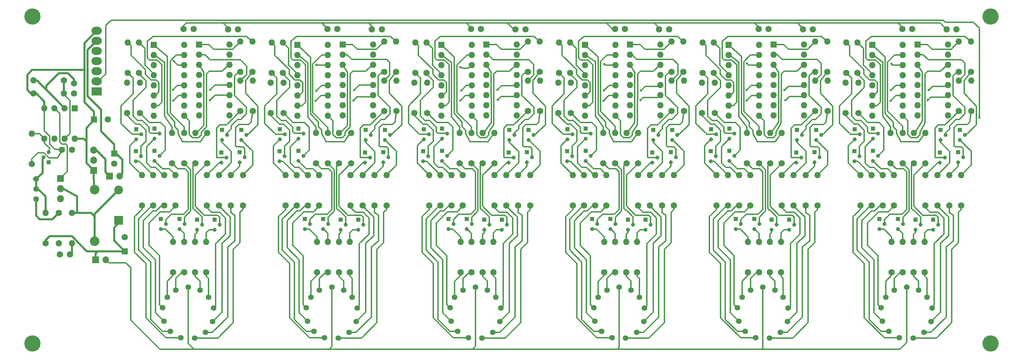
<source format=gbr>
G04 #@! TF.FileFunction,Copper,L2,Bot,Signal*
%FSLAX46Y46*%
G04 Gerber Fmt 4.6, Leading zero omitted, Abs format (unit mm)*
G04 Created by KiCad (PCBNEW 4.0.7) date 12/29/19 05:16:09*
%MOMM*%
%LPD*%
G01*
G04 APERTURE LIST*
%ADD10C,0.100000*%
%ADD11C,1.600000*%
%ADD12C,1.440000*%
%ADD13R,1.600000X1.600000*%
%ADD14O,1.600000X1.600000*%
%ADD15C,1.408000*%
%ADD16C,1.000000*%
%ADD17R,1.000000X1.000000*%
%ADD18R,2.200000X2.200000*%
%ADD19O,2.200000X2.200000*%
%ADD20R,1.700000X1.700000*%
%ADD21O,1.700000X1.700000*%
%ADD22C,2.400000*%
%ADD23R,1.800000X1.800000*%
%ADD24O,1.800000X1.800000*%
%ADD25R,2.600000X2.000000*%
%ADD26O,2.600000X2.000000*%
%ADD27C,4.064000*%
%ADD28C,0.600000*%
%ADD29C,0.500000*%
%ADD30C,0.350000*%
G04 APERTURE END LIST*
D10*
D11*
X45370000Y-47362000D03*
X45370000Y-49862000D03*
D12*
X35900000Y-71300000D03*
X35900000Y-73840000D03*
X35900000Y-76380000D03*
D13*
X184700000Y-37600000D03*
D14*
X192320000Y-55380000D03*
X184700000Y-40140000D03*
X192320000Y-52840000D03*
X184700000Y-42680000D03*
X192320000Y-50300000D03*
X184700000Y-45220000D03*
X192320000Y-47760000D03*
X184700000Y-47760000D03*
X192320000Y-45220000D03*
X184700000Y-50300000D03*
X192320000Y-42680000D03*
X184700000Y-52840000D03*
X192320000Y-40140000D03*
X184700000Y-55380000D03*
X192320000Y-37600000D03*
D13*
X148700000Y-37600000D03*
D14*
X156320000Y-55380000D03*
X148700000Y-40140000D03*
X156320000Y-52840000D03*
X148700000Y-42680000D03*
X156320000Y-50300000D03*
X148700000Y-45220000D03*
X156320000Y-47760000D03*
X148700000Y-47760000D03*
X156320000Y-45220000D03*
X148700000Y-50300000D03*
X156320000Y-42680000D03*
X148700000Y-52840000D03*
X156320000Y-40140000D03*
X148700000Y-55380000D03*
X156320000Y-37600000D03*
D11*
X258700000Y-67400000D03*
D14*
X258700000Y-59780000D03*
D13*
X256700000Y-37600000D03*
D14*
X264320000Y-55380000D03*
X256700000Y-40140000D03*
X264320000Y-52840000D03*
X256700000Y-42680000D03*
X264320000Y-50300000D03*
X256700000Y-45220000D03*
X264320000Y-47760000D03*
X256700000Y-47760000D03*
X264320000Y-45220000D03*
X256700000Y-50300000D03*
X264320000Y-42680000D03*
X256700000Y-52840000D03*
X264320000Y-40140000D03*
X256700000Y-55380000D03*
X264320000Y-37600000D03*
D13*
X245400000Y-37700000D03*
D14*
X253020000Y-55480000D03*
X245400000Y-40240000D03*
X253020000Y-52940000D03*
X245400000Y-42780000D03*
X253020000Y-50400000D03*
X245400000Y-45320000D03*
X253020000Y-47860000D03*
X245400000Y-47860000D03*
X253020000Y-45320000D03*
X245400000Y-50400000D03*
X253020000Y-42780000D03*
X245400000Y-52940000D03*
X253020000Y-40240000D03*
X245400000Y-55480000D03*
X253020000Y-37700000D03*
D15*
X258348000Y-109846000D03*
X255621000Y-111243000D03*
X260350000Y-103730000D03*
X260120000Y-107154000D03*
X249531000Y-109594000D03*
X247911000Y-107063000D03*
X254000000Y-98523000D03*
X248768000Y-101027000D03*
X247607000Y-103693000D03*
X259080000Y-101063000D03*
X250896000Y-99248000D03*
X252178000Y-111213000D03*
X256978000Y-99275000D03*
D11*
X255800000Y-67400000D03*
D14*
X255800000Y-59780000D03*
D11*
X267100000Y-54300000D03*
D14*
X267100000Y-46680000D03*
D11*
X267100000Y-44500000D03*
D14*
X267100000Y-36880000D03*
D11*
X270200000Y-54300000D03*
D14*
X270200000Y-46680000D03*
D11*
X255750000Y-94750000D03*
D14*
X255750000Y-87130000D03*
D11*
X258700000Y-78000000D03*
D14*
X258700000Y-70380000D03*
D11*
X261700000Y-78000000D03*
D14*
X261700000Y-70380000D03*
D11*
X270100000Y-44500000D03*
D14*
X270100000Y-36880000D03*
D11*
X264700000Y-78000000D03*
D14*
X264700000Y-70380000D03*
D11*
X267700000Y-78000000D03*
D14*
X267700000Y-70380000D03*
D11*
X242400000Y-78000000D03*
D14*
X242400000Y-70380000D03*
D11*
X245200000Y-78000000D03*
D14*
X245200000Y-70380000D03*
D11*
X238900000Y-44700000D03*
D14*
X238900000Y-37080000D03*
D11*
X248000000Y-78000000D03*
D14*
X248000000Y-70380000D03*
D11*
X250800000Y-78000000D03*
D14*
X250800000Y-70380000D03*
D11*
X250250000Y-94750000D03*
D14*
X250250000Y-87130000D03*
D11*
X258500000Y-94750000D03*
D14*
X258500000Y-87130000D03*
D11*
X238700000Y-54800000D03*
D14*
X238700000Y-47180000D03*
D11*
X253000000Y-94750000D03*
D14*
X253000000Y-87130000D03*
D11*
X241700000Y-44700000D03*
D14*
X241700000Y-37080000D03*
D11*
X241900000Y-54800000D03*
D14*
X241900000Y-47180000D03*
D11*
X250000000Y-67400000D03*
D14*
X250000000Y-59780000D03*
D11*
X253000000Y-67400000D03*
D14*
X253000000Y-59780000D03*
D16*
X257470000Y-82870000D03*
X256200000Y-84140000D03*
D17*
X256200000Y-81600000D03*
D16*
X263570000Y-65970000D03*
X262300000Y-67240000D03*
D17*
X262300000Y-64700000D03*
D16*
X263770000Y-60270000D03*
X262500000Y-61540000D03*
D17*
X262500000Y-59000000D03*
D16*
X268170000Y-65870000D03*
X266900000Y-67140000D03*
D17*
X266900000Y-64600000D03*
D16*
X268570000Y-60270000D03*
X267300000Y-61540000D03*
D17*
X267300000Y-59000000D03*
D16*
X242270000Y-60170000D03*
X241000000Y-61440000D03*
D17*
X241000000Y-58900000D03*
D16*
X242170000Y-65670000D03*
X240900000Y-66940000D03*
D17*
X240900000Y-64400000D03*
D16*
X246870000Y-59970000D03*
X245600000Y-61240000D03*
D17*
X245600000Y-58700000D03*
D16*
X246870000Y-65570000D03*
X245600000Y-66840000D03*
D17*
X245600000Y-64300000D03*
D16*
X248470000Y-82670000D03*
X247200000Y-83940000D03*
D17*
X247200000Y-81400000D03*
D16*
X261870000Y-82870000D03*
X260600000Y-84140000D03*
D17*
X260600000Y-81600000D03*
D16*
X253070000Y-82670000D03*
X251800000Y-83940000D03*
D17*
X251800000Y-81400000D03*
D11*
X264010000Y-33820000D03*
X266510000Y-33820000D03*
X252890000Y-33710000D03*
X255390000Y-33710000D03*
X216910000Y-33710000D03*
X219410000Y-33710000D03*
X228030000Y-33820000D03*
X230530000Y-33820000D03*
D16*
X217070000Y-82670000D03*
X215800000Y-83940000D03*
D17*
X215800000Y-81400000D03*
D16*
X225870000Y-82870000D03*
X224600000Y-84140000D03*
D17*
X224600000Y-81600000D03*
D16*
X212470000Y-82670000D03*
X211200000Y-83940000D03*
D17*
X211200000Y-81400000D03*
D16*
X210870000Y-65570000D03*
X209600000Y-66840000D03*
D17*
X209600000Y-64300000D03*
D16*
X210870000Y-59970000D03*
X209600000Y-61240000D03*
D17*
X209600000Y-58700000D03*
D16*
X206170000Y-65670000D03*
X204900000Y-66940000D03*
D17*
X204900000Y-64400000D03*
D16*
X206270000Y-60170000D03*
X205000000Y-61440000D03*
D17*
X205000000Y-58900000D03*
D16*
X232570000Y-60270000D03*
X231300000Y-61540000D03*
D17*
X231300000Y-59000000D03*
D16*
X232170000Y-65870000D03*
X230900000Y-67140000D03*
D17*
X230900000Y-64600000D03*
D16*
X227770000Y-60270000D03*
X226500000Y-61540000D03*
D17*
X226500000Y-59000000D03*
D16*
X227570000Y-65970000D03*
X226300000Y-67240000D03*
D17*
X226300000Y-64700000D03*
D16*
X221470000Y-82870000D03*
X220200000Y-84140000D03*
D17*
X220200000Y-81600000D03*
D11*
X217000000Y-67400000D03*
D14*
X217000000Y-59780000D03*
D11*
X214000000Y-67400000D03*
D14*
X214000000Y-59780000D03*
D11*
X205900000Y-54800000D03*
D14*
X205900000Y-47180000D03*
D11*
X205700000Y-44700000D03*
D14*
X205700000Y-37080000D03*
D11*
X217000000Y-94750000D03*
D14*
X217000000Y-87130000D03*
D11*
X202700000Y-54800000D03*
D14*
X202700000Y-47180000D03*
D11*
X222500000Y-94750000D03*
D14*
X222500000Y-87130000D03*
D11*
X214250000Y-94750000D03*
D14*
X214250000Y-87130000D03*
D11*
X214800000Y-78000000D03*
D14*
X214800000Y-70380000D03*
D11*
X212000000Y-78000000D03*
D14*
X212000000Y-70380000D03*
D11*
X202900000Y-44700000D03*
D14*
X202900000Y-37080000D03*
D11*
X209200000Y-78000000D03*
D14*
X209200000Y-70380000D03*
D11*
X206400000Y-78000000D03*
D14*
X206400000Y-70380000D03*
D11*
X231700000Y-78000000D03*
D14*
X231700000Y-70380000D03*
D11*
X228700000Y-78000000D03*
D14*
X228700000Y-70380000D03*
D11*
X234100000Y-44500000D03*
D14*
X234100000Y-36880000D03*
D11*
X225700000Y-78000000D03*
D14*
X225700000Y-70380000D03*
D11*
X222700000Y-78000000D03*
D14*
X222700000Y-70380000D03*
D11*
X219750000Y-94750000D03*
D14*
X219750000Y-87130000D03*
D11*
X234200000Y-54300000D03*
D14*
X234200000Y-46680000D03*
D11*
X231100000Y-44500000D03*
D14*
X231100000Y-36880000D03*
D11*
X231100000Y-54300000D03*
D14*
X231100000Y-46680000D03*
D11*
X219800000Y-67400000D03*
D14*
X219800000Y-59780000D03*
D15*
X222348000Y-109846000D03*
X219621000Y-111243000D03*
X224350000Y-103730000D03*
X224120000Y-107154000D03*
X213531000Y-109594000D03*
X211911000Y-107063000D03*
X218000000Y-98523000D03*
X212768000Y-101027000D03*
X211607000Y-103693000D03*
X223080000Y-101063000D03*
X214896000Y-99248000D03*
X216178000Y-111213000D03*
X220978000Y-99275000D03*
D13*
X209400000Y-37700000D03*
D14*
X217020000Y-55480000D03*
X209400000Y-40240000D03*
X217020000Y-52940000D03*
X209400000Y-42780000D03*
X217020000Y-50400000D03*
X209400000Y-45320000D03*
X217020000Y-47860000D03*
X209400000Y-47860000D03*
X217020000Y-45320000D03*
X209400000Y-50400000D03*
X217020000Y-42780000D03*
X209400000Y-52940000D03*
X217020000Y-40240000D03*
X209400000Y-55480000D03*
X217020000Y-37700000D03*
D13*
X220700000Y-37600000D03*
D14*
X228320000Y-55380000D03*
X220700000Y-40140000D03*
X228320000Y-52840000D03*
X220700000Y-42680000D03*
X228320000Y-50300000D03*
X220700000Y-45220000D03*
X228320000Y-47760000D03*
X220700000Y-47760000D03*
X228320000Y-45220000D03*
X220700000Y-50300000D03*
X228320000Y-42680000D03*
X220700000Y-52840000D03*
X228320000Y-40140000D03*
X220700000Y-55380000D03*
X228320000Y-37600000D03*
D11*
X222700000Y-67400000D03*
D14*
X222700000Y-59780000D03*
D11*
X186700000Y-67400000D03*
D14*
X186700000Y-59780000D03*
D13*
X173400000Y-37700000D03*
D14*
X181020000Y-55480000D03*
X173400000Y-40240000D03*
X181020000Y-52940000D03*
X173400000Y-42780000D03*
X181020000Y-50400000D03*
X173400000Y-45320000D03*
X181020000Y-47860000D03*
X173400000Y-47860000D03*
X181020000Y-45320000D03*
X173400000Y-50400000D03*
X181020000Y-42780000D03*
X173400000Y-52940000D03*
X181020000Y-40240000D03*
X173400000Y-55480000D03*
X181020000Y-37700000D03*
D15*
X186348000Y-109846000D03*
X183621000Y-111243000D03*
X188350000Y-103730000D03*
X188120000Y-107154000D03*
X177531000Y-109594000D03*
X175911000Y-107063000D03*
X182000000Y-98523000D03*
X176768000Y-101027000D03*
X175607000Y-103693000D03*
X187080000Y-101063000D03*
X178896000Y-99248000D03*
X180178000Y-111213000D03*
X184978000Y-99275000D03*
D11*
X183800000Y-67400000D03*
D14*
X183800000Y-59780000D03*
D11*
X195100000Y-54300000D03*
D14*
X195100000Y-46680000D03*
D11*
X195100000Y-44500000D03*
D14*
X195100000Y-36880000D03*
D11*
X198200000Y-54300000D03*
D14*
X198200000Y-46680000D03*
D11*
X183750000Y-94750000D03*
D14*
X183750000Y-87130000D03*
D11*
X186700000Y-78000000D03*
D14*
X186700000Y-70380000D03*
D11*
X189700000Y-78000000D03*
D14*
X189700000Y-70380000D03*
D11*
X198100000Y-44500000D03*
D14*
X198100000Y-36880000D03*
D11*
X192700000Y-78000000D03*
D14*
X192700000Y-70380000D03*
D11*
X195700000Y-78000000D03*
D14*
X195700000Y-70380000D03*
D11*
X170400000Y-78000000D03*
D14*
X170400000Y-70380000D03*
D11*
X173200000Y-78000000D03*
D14*
X173200000Y-70380000D03*
D11*
X166900000Y-44700000D03*
D14*
X166900000Y-37080000D03*
D11*
X176000000Y-78000000D03*
D14*
X176000000Y-70380000D03*
D11*
X178800000Y-78000000D03*
D14*
X178800000Y-70380000D03*
D11*
X178250000Y-94750000D03*
D14*
X178250000Y-87130000D03*
D11*
X186500000Y-94750000D03*
D14*
X186500000Y-87130000D03*
D11*
X166700000Y-54800000D03*
D14*
X166700000Y-47180000D03*
D11*
X181000000Y-94750000D03*
D14*
X181000000Y-87130000D03*
D11*
X169700000Y-44700000D03*
D14*
X169700000Y-37080000D03*
D11*
X169900000Y-54800000D03*
D14*
X169900000Y-47180000D03*
D11*
X178000000Y-67400000D03*
D14*
X178000000Y-59780000D03*
D11*
X181000000Y-67400000D03*
D14*
X181000000Y-59780000D03*
D16*
X185470000Y-82870000D03*
X184200000Y-84140000D03*
D17*
X184200000Y-81600000D03*
D16*
X191570000Y-65970000D03*
X190300000Y-67240000D03*
D17*
X190300000Y-64700000D03*
D16*
X191770000Y-60270000D03*
X190500000Y-61540000D03*
D17*
X190500000Y-59000000D03*
D16*
X196170000Y-65870000D03*
X194900000Y-67140000D03*
D17*
X194900000Y-64600000D03*
D16*
X196570000Y-60270000D03*
X195300000Y-61540000D03*
D17*
X195300000Y-59000000D03*
D16*
X170270000Y-60170000D03*
X169000000Y-61440000D03*
D17*
X169000000Y-58900000D03*
D16*
X170170000Y-65670000D03*
X168900000Y-66940000D03*
D17*
X168900000Y-64400000D03*
D16*
X174870000Y-59970000D03*
X173600000Y-61240000D03*
D17*
X173600000Y-58700000D03*
D16*
X174870000Y-65570000D03*
X173600000Y-66840000D03*
D17*
X173600000Y-64300000D03*
D16*
X176470000Y-82670000D03*
X175200000Y-83940000D03*
D17*
X175200000Y-81400000D03*
D16*
X189870000Y-82870000D03*
X188600000Y-84140000D03*
D17*
X188600000Y-81600000D03*
D16*
X181070000Y-82670000D03*
X179800000Y-83940000D03*
D17*
X179800000Y-81400000D03*
D11*
X191980000Y-33820000D03*
X194480000Y-33820000D03*
X180920000Y-33710000D03*
X183420000Y-33710000D03*
X144880000Y-33710000D03*
X147380000Y-33710000D03*
X156000000Y-33820000D03*
X158500000Y-33820000D03*
D16*
X145070000Y-82670000D03*
X143800000Y-83940000D03*
D17*
X143800000Y-81400000D03*
D16*
X153870000Y-82870000D03*
X152600000Y-84140000D03*
D17*
X152600000Y-81600000D03*
D16*
X140470000Y-82670000D03*
X139200000Y-83940000D03*
D17*
X139200000Y-81400000D03*
D16*
X138870000Y-65570000D03*
X137600000Y-66840000D03*
D17*
X137600000Y-64300000D03*
D16*
X138870000Y-59970000D03*
X137600000Y-61240000D03*
D17*
X137600000Y-58700000D03*
D16*
X134170000Y-65670000D03*
X132900000Y-66940000D03*
D17*
X132900000Y-64400000D03*
D16*
X134270000Y-60170000D03*
X133000000Y-61440000D03*
D17*
X133000000Y-58900000D03*
D16*
X160570000Y-60270000D03*
X159300000Y-61540000D03*
D17*
X159300000Y-59000000D03*
D16*
X160170000Y-65870000D03*
X158900000Y-67140000D03*
D17*
X158900000Y-64600000D03*
D16*
X155770000Y-60270000D03*
X154500000Y-61540000D03*
D17*
X154500000Y-59000000D03*
D16*
X155570000Y-65970000D03*
X154300000Y-67240000D03*
D17*
X154300000Y-64700000D03*
D16*
X149470000Y-82870000D03*
X148200000Y-84140000D03*
D17*
X148200000Y-81600000D03*
D11*
X145000000Y-67400000D03*
D14*
X145000000Y-59780000D03*
D11*
X142000000Y-67400000D03*
D14*
X142000000Y-59780000D03*
D11*
X133900000Y-54800000D03*
D14*
X133900000Y-47180000D03*
D11*
X133700000Y-44700000D03*
D14*
X133700000Y-37080000D03*
D11*
X145000000Y-94750000D03*
D14*
X145000000Y-87130000D03*
D11*
X130700000Y-54800000D03*
D14*
X130700000Y-47180000D03*
D11*
X150500000Y-94750000D03*
D14*
X150500000Y-87130000D03*
D11*
X142250000Y-94750000D03*
D14*
X142250000Y-87130000D03*
D11*
X142800000Y-78000000D03*
D14*
X142800000Y-70380000D03*
D11*
X140000000Y-78000000D03*
D14*
X140000000Y-70380000D03*
D11*
X130900000Y-44700000D03*
D14*
X130900000Y-37080000D03*
D11*
X137200000Y-78000000D03*
D14*
X137200000Y-70380000D03*
D11*
X134400000Y-78000000D03*
D14*
X134400000Y-70380000D03*
D11*
X159700000Y-78000000D03*
D14*
X159700000Y-70380000D03*
D11*
X156700000Y-78000000D03*
D14*
X156700000Y-70380000D03*
D11*
X162100000Y-44500000D03*
D14*
X162100000Y-36880000D03*
D11*
X153700000Y-78000000D03*
D14*
X153700000Y-70380000D03*
D11*
X150700000Y-78000000D03*
D14*
X150700000Y-70380000D03*
D11*
X147750000Y-94750000D03*
D14*
X147750000Y-87130000D03*
D11*
X162200000Y-54300000D03*
D14*
X162200000Y-46680000D03*
D11*
X159100000Y-44500000D03*
D14*
X159100000Y-36880000D03*
D11*
X159100000Y-54300000D03*
D14*
X159100000Y-46680000D03*
D11*
X147800000Y-67400000D03*
D14*
X147800000Y-59780000D03*
D15*
X150348000Y-109846000D03*
X147621000Y-111243000D03*
X152350000Y-103730000D03*
X152120000Y-107154000D03*
X141531000Y-109594000D03*
X139911000Y-107063000D03*
X146000000Y-98523000D03*
X140768000Y-101027000D03*
X139607000Y-103693000D03*
X151080000Y-101063000D03*
X142896000Y-99248000D03*
X144178000Y-111213000D03*
X148978000Y-99275000D03*
D13*
X137400000Y-37700000D03*
D14*
X145020000Y-55480000D03*
X137400000Y-40240000D03*
X145020000Y-52940000D03*
X137400000Y-42780000D03*
X145020000Y-50400000D03*
X137400000Y-45320000D03*
X145020000Y-47860000D03*
X137400000Y-47860000D03*
X145020000Y-45320000D03*
X137400000Y-50400000D03*
X145020000Y-42780000D03*
X137400000Y-52940000D03*
X145020000Y-40240000D03*
X137400000Y-55480000D03*
X145020000Y-37700000D03*
D13*
X112700000Y-37600000D03*
D14*
X120320000Y-55380000D03*
X112700000Y-40140000D03*
X120320000Y-52840000D03*
X112700000Y-42680000D03*
X120320000Y-50300000D03*
X112700000Y-45220000D03*
X120320000Y-47760000D03*
X112700000Y-47760000D03*
X120320000Y-45220000D03*
X112700000Y-50300000D03*
X120320000Y-42680000D03*
X112700000Y-52840000D03*
X120320000Y-40140000D03*
X112700000Y-55380000D03*
X120320000Y-37600000D03*
D13*
X101400000Y-37700000D03*
D14*
X109020000Y-55480000D03*
X101400000Y-40240000D03*
X109020000Y-52940000D03*
X101400000Y-42780000D03*
X109020000Y-50400000D03*
X101400000Y-45320000D03*
X109020000Y-47860000D03*
X101400000Y-47860000D03*
X109020000Y-45320000D03*
X101400000Y-50400000D03*
X109020000Y-42780000D03*
X101400000Y-52940000D03*
X109020000Y-40240000D03*
X101400000Y-55480000D03*
X109020000Y-37700000D03*
D15*
X114348000Y-109846000D03*
X111621000Y-111243000D03*
X116350000Y-103730000D03*
X116120000Y-107154000D03*
X105531000Y-109594000D03*
X103911000Y-107063000D03*
X110000000Y-98523000D03*
X104768000Y-101027000D03*
X103607000Y-103693000D03*
X115080000Y-101063000D03*
X106896000Y-99248000D03*
X108178000Y-111213000D03*
X112978000Y-99275000D03*
D11*
X111800000Y-67400000D03*
D14*
X111800000Y-59780000D03*
D11*
X123100000Y-54300000D03*
D14*
X123100000Y-46680000D03*
D11*
X123100000Y-44500000D03*
D14*
X123100000Y-36880000D03*
D11*
X126200000Y-54300000D03*
D14*
X126200000Y-46680000D03*
D11*
X111750000Y-94750000D03*
D14*
X111750000Y-87130000D03*
D11*
X114700000Y-78000000D03*
D14*
X114700000Y-70380000D03*
D11*
X117700000Y-78000000D03*
D14*
X117700000Y-70380000D03*
D11*
X126100000Y-44500000D03*
D14*
X126100000Y-36880000D03*
D11*
X120700000Y-78000000D03*
D14*
X120700000Y-70380000D03*
D11*
X123700000Y-78000000D03*
D14*
X123700000Y-70380000D03*
D11*
X98400000Y-78000000D03*
D14*
X98400000Y-70380000D03*
D11*
X101200000Y-78000000D03*
D14*
X101200000Y-70380000D03*
D11*
X94900000Y-44700000D03*
D14*
X94900000Y-37080000D03*
D11*
X104000000Y-78000000D03*
D14*
X104000000Y-70380000D03*
D11*
X106800000Y-78000000D03*
D14*
X106800000Y-70380000D03*
D11*
X106250000Y-94750000D03*
D14*
X106250000Y-87130000D03*
D11*
X114500000Y-94750000D03*
D14*
X114500000Y-87130000D03*
D11*
X94700000Y-54800000D03*
D14*
X94700000Y-47180000D03*
D11*
X109000000Y-94750000D03*
D14*
X109000000Y-87130000D03*
D11*
X97700000Y-44700000D03*
D14*
X97700000Y-37080000D03*
D11*
X97900000Y-54800000D03*
D14*
X97900000Y-47180000D03*
D11*
X106000000Y-67400000D03*
D14*
X106000000Y-59780000D03*
D11*
X114800000Y-67400000D03*
D14*
X114800000Y-59780000D03*
D11*
X109000000Y-67400000D03*
D14*
X109000000Y-59780000D03*
D16*
X113470000Y-82870000D03*
X112200000Y-84140000D03*
D17*
X112200000Y-81600000D03*
D16*
X119570000Y-65970000D03*
X118300000Y-67240000D03*
D17*
X118300000Y-64700000D03*
D16*
X119770000Y-60270000D03*
X118500000Y-61540000D03*
D17*
X118500000Y-59000000D03*
D16*
X124170000Y-65870000D03*
X122900000Y-67140000D03*
D17*
X122900000Y-64600000D03*
D16*
X124570000Y-60270000D03*
X123300000Y-61540000D03*
D17*
X123300000Y-59000000D03*
D16*
X98270000Y-60170000D03*
X97000000Y-61440000D03*
D17*
X97000000Y-58900000D03*
D16*
X98170000Y-65670000D03*
X96900000Y-66940000D03*
D17*
X96900000Y-64400000D03*
D16*
X102870000Y-59970000D03*
X101600000Y-61240000D03*
D17*
X101600000Y-58700000D03*
D16*
X102870000Y-65570000D03*
X101600000Y-66840000D03*
D17*
X101600000Y-64300000D03*
D16*
X104470000Y-82670000D03*
X103200000Y-83940000D03*
D17*
X103200000Y-81400000D03*
D16*
X117870000Y-82870000D03*
X116600000Y-84140000D03*
D17*
X116600000Y-81600000D03*
D16*
X109070000Y-82670000D03*
X107800000Y-83940000D03*
D17*
X107800000Y-81400000D03*
D11*
X120010000Y-33820000D03*
X122510000Y-33820000D03*
X108890000Y-33710000D03*
X111390000Y-33710000D03*
X72880000Y-33700000D03*
X75380000Y-33700000D03*
X84010000Y-33810000D03*
X86510000Y-33810000D03*
D16*
X73070000Y-82670000D03*
X71800000Y-83940000D03*
D17*
X71800000Y-81400000D03*
D16*
X81870000Y-82870000D03*
X80600000Y-84140000D03*
D17*
X80600000Y-81600000D03*
D16*
X68470000Y-82670000D03*
X67200000Y-83940000D03*
D17*
X67200000Y-81400000D03*
D16*
X66870000Y-65570000D03*
X65600000Y-66840000D03*
D17*
X65600000Y-64300000D03*
D16*
X66870000Y-59970000D03*
X65600000Y-61240000D03*
D17*
X65600000Y-58700000D03*
D16*
X62170000Y-65670000D03*
X60900000Y-66940000D03*
D17*
X60900000Y-64400000D03*
D16*
X62270000Y-60170000D03*
X61000000Y-61440000D03*
D17*
X61000000Y-58900000D03*
D16*
X88570000Y-60270000D03*
X87300000Y-61540000D03*
D17*
X87300000Y-59000000D03*
D16*
X88170000Y-65870000D03*
X86900000Y-67140000D03*
D17*
X86900000Y-64600000D03*
D16*
X83770000Y-60270000D03*
X82500000Y-61540000D03*
D17*
X82500000Y-59000000D03*
D16*
X83570000Y-65970000D03*
X82300000Y-67240000D03*
D17*
X82300000Y-64700000D03*
D16*
X77470000Y-82870000D03*
X76200000Y-84140000D03*
D17*
X76200000Y-81600000D03*
D11*
X73000000Y-67400000D03*
D14*
X73000000Y-59780000D03*
D11*
X78800000Y-67400000D03*
D14*
X78800000Y-59780000D03*
D11*
X70000000Y-67400000D03*
D14*
X70000000Y-59780000D03*
D11*
X61900000Y-54800000D03*
D14*
X61900000Y-47180000D03*
D11*
X61700000Y-44700000D03*
D14*
X61700000Y-37080000D03*
D11*
X73000000Y-94750000D03*
D14*
X73000000Y-87130000D03*
D11*
X58700000Y-54800000D03*
D14*
X58700000Y-47180000D03*
D11*
X78500000Y-94750000D03*
D14*
X78500000Y-87130000D03*
D11*
X70250000Y-94750000D03*
D14*
X70250000Y-87130000D03*
D11*
X70800000Y-78000000D03*
D14*
X70800000Y-70380000D03*
D11*
X68000000Y-78000000D03*
D14*
X68000000Y-70380000D03*
D11*
X58900000Y-44700000D03*
D14*
X58900000Y-37080000D03*
D11*
X65200000Y-78000000D03*
D14*
X65200000Y-70380000D03*
D11*
X62400000Y-78000000D03*
D14*
X62400000Y-70380000D03*
D11*
X87700000Y-78000000D03*
D14*
X87700000Y-70380000D03*
D11*
X84700000Y-78000000D03*
D14*
X84700000Y-70380000D03*
D11*
X90100000Y-44500000D03*
D14*
X90100000Y-36880000D03*
D11*
X81700000Y-78000000D03*
D14*
X81700000Y-70380000D03*
D11*
X78700000Y-78000000D03*
D14*
X78700000Y-70380000D03*
D11*
X75750000Y-94750000D03*
D14*
X75750000Y-87130000D03*
D11*
X90200000Y-54300000D03*
D14*
X90200000Y-46680000D03*
D11*
X87100000Y-44500000D03*
D14*
X87100000Y-36880000D03*
D11*
X87100000Y-54300000D03*
D14*
X87100000Y-46680000D03*
D11*
X75800000Y-67400000D03*
D14*
X75800000Y-59780000D03*
D15*
X78348000Y-109846000D03*
X75621000Y-111243000D03*
X80350000Y-103730000D03*
X80120000Y-107154000D03*
X69531000Y-109594000D03*
X67911000Y-107063000D03*
X74000000Y-98523000D03*
X68768000Y-101027000D03*
X67607000Y-103693000D03*
X79080000Y-101063000D03*
X70896000Y-99248000D03*
X72178000Y-111213000D03*
X76978000Y-99275000D03*
D13*
X65400000Y-37700000D03*
D14*
X73020000Y-55480000D03*
X65400000Y-40240000D03*
X73020000Y-52940000D03*
X65400000Y-42780000D03*
X73020000Y-50400000D03*
X65400000Y-45320000D03*
X73020000Y-47860000D03*
X65400000Y-47860000D03*
X73020000Y-45320000D03*
X65400000Y-50400000D03*
X73020000Y-42780000D03*
X65400000Y-52940000D03*
X73020000Y-40240000D03*
X65400000Y-55480000D03*
X73020000Y-37700000D03*
D13*
X76700000Y-37600000D03*
D14*
X84320000Y-55380000D03*
X76700000Y-40140000D03*
X84320000Y-52840000D03*
X76700000Y-42680000D03*
X84320000Y-50300000D03*
X76700000Y-45220000D03*
X84320000Y-47760000D03*
X76700000Y-47760000D03*
X84320000Y-45220000D03*
X76700000Y-50300000D03*
X84320000Y-42680000D03*
X76700000Y-52840000D03*
X84320000Y-40140000D03*
X76700000Y-55380000D03*
X84320000Y-37600000D03*
D11*
X150700000Y-67400000D03*
D14*
X150700000Y-59780000D03*
D11*
X42400000Y-64025000D03*
X44900000Y-64025000D03*
D13*
X50400000Y-56400000D03*
D11*
X53900000Y-56400000D03*
D13*
X55500000Y-65000000D03*
D11*
X55500000Y-67500000D03*
X44354000Y-90288000D03*
X41854000Y-90288000D03*
D13*
X58150000Y-89500000D03*
D11*
X58150000Y-86000000D03*
D18*
X56600000Y-81750000D03*
D19*
X56600000Y-74130000D03*
D20*
X54300000Y-70600000D03*
D21*
X56840000Y-70600000D03*
D22*
X50600000Y-74000000D03*
X50600000Y-87000000D03*
D16*
X37755000Y-65930000D03*
X39025000Y-64660000D03*
D17*
X39025000Y-67200000D03*
D11*
X34800000Y-67600000D03*
D14*
X34800000Y-59980000D03*
D11*
X35210000Y-49902000D03*
D14*
X42830000Y-49902000D03*
D11*
X42830000Y-46600000D03*
D14*
X35210000Y-46600000D03*
D11*
X44862000Y-79874000D03*
D14*
X44862000Y-87494000D03*
D11*
X38258000Y-87494000D03*
D14*
X38258000Y-79874000D03*
D11*
X41560000Y-79874000D03*
D14*
X41560000Y-87494000D03*
D23*
X50350000Y-69200000D03*
D24*
X50350000Y-66660000D03*
X50350000Y-64120000D03*
D25*
X51100000Y-49400000D03*
D26*
X51100000Y-46860000D03*
X51100000Y-44320000D03*
X51100000Y-41780000D03*
X51100000Y-39240000D03*
X51100000Y-36700000D03*
X51100000Y-34160000D03*
D23*
X42000000Y-71200000D03*
D24*
X42000000Y-73740000D03*
X42000000Y-76280000D03*
D27*
X275000000Y-30600000D03*
X35000000Y-112600000D03*
X35000000Y-30600000D03*
X275000000Y-112600000D03*
D13*
X45610000Y-53610000D03*
D14*
X37990000Y-61230000D03*
X43070000Y-53610000D03*
X40530000Y-61230000D03*
X40530000Y-53610000D03*
X43070000Y-61230000D03*
X37990000Y-53610000D03*
X45610000Y-61230000D03*
D20*
X50800000Y-91600000D03*
D21*
X53340000Y-91600000D03*
D28*
X70300000Y-51700000D03*
X259300000Y-51570000D03*
X223640000Y-51610000D03*
X187350000Y-51560000D03*
X151600000Y-51530000D03*
X115400000Y-51640000D03*
X79440000Y-51620000D03*
X249970000Y-51760000D03*
X213890000Y-51680000D03*
X178040000Y-51720000D03*
X142190000Y-51680000D03*
X105930000Y-51760000D03*
X70200000Y-49000000D03*
X259570000Y-49050000D03*
X223410000Y-49090000D03*
X187510000Y-49100000D03*
X151520000Y-48980000D03*
X115570000Y-49050000D03*
X79550000Y-48960000D03*
X250070000Y-49070000D03*
X213930000Y-49050000D03*
X178180000Y-49160000D03*
X142450000Y-49130000D03*
X106150000Y-49190000D03*
X70400000Y-41800000D03*
X106100000Y-42690000D03*
X142170000Y-43290000D03*
X178290000Y-42540000D03*
X214000000Y-42370000D03*
X250180000Y-42480000D03*
X272200000Y-56000000D03*
D29*
X55500000Y-65000000D02*
X55500000Y-62700000D01*
X48800000Y-39000000D02*
X51100000Y-36700000D01*
X48800000Y-50600000D02*
X48800000Y-39000000D01*
X52200000Y-54000000D02*
X48800000Y-50600000D01*
X52200000Y-59400000D02*
X52200000Y-54000000D01*
X55500000Y-62700000D02*
X52200000Y-59400000D01*
X55500000Y-65000000D02*
X56000000Y-65000000D01*
X56000000Y-65000000D02*
X57500000Y-66500000D01*
X57500000Y-69940000D02*
X56840000Y-70600000D01*
X57500000Y-66500000D02*
X57500000Y-69940000D01*
D30*
X252890000Y-33710000D02*
X252890000Y-33290000D01*
X252890000Y-33290000D02*
X251810000Y-32210000D01*
X84010000Y-33810000D02*
X84010000Y-33510000D01*
X84010000Y-33510000D02*
X82710000Y-32210000D01*
X108890000Y-33710000D02*
X108890000Y-33590000D01*
X108890000Y-33590000D02*
X107510000Y-32210000D01*
X120010000Y-33820000D02*
X120010000Y-33010000D01*
X120010000Y-33010000D02*
X119210000Y-32210000D01*
X144880000Y-33710000D02*
X144880000Y-33380000D01*
X144880000Y-33380000D02*
X143710000Y-32210000D01*
X156000000Y-33820000D02*
X155530000Y-33820000D01*
X155530000Y-33820000D02*
X153920000Y-32210000D01*
X180920000Y-33710000D02*
X180250000Y-33710000D01*
X180250000Y-33710000D02*
X178750000Y-32210000D01*
X191980000Y-33820000D02*
X191980000Y-33370000D01*
X191980000Y-33370000D02*
X190820000Y-32210000D01*
X216910000Y-33710000D02*
X216910000Y-33260000D01*
X216910000Y-33260000D02*
X215860000Y-32210000D01*
X228030000Y-33820000D02*
X228030000Y-33600000D01*
X228030000Y-33600000D02*
X226640000Y-32210000D01*
X252890000Y-33710000D02*
X252890000Y-33490000D01*
X72880000Y-33700000D02*
X72880000Y-32860000D01*
X262400000Y-32210000D02*
X264010000Y-33820000D01*
X73530000Y-32210000D02*
X82710000Y-32210000D01*
X82710000Y-32210000D02*
X107510000Y-32210000D01*
X107510000Y-32210000D02*
X119210000Y-32210000D01*
X119210000Y-32210000D02*
X143710000Y-32210000D01*
X143710000Y-32210000D02*
X153920000Y-32210000D01*
X153920000Y-32210000D02*
X178750000Y-32210000D01*
X178750000Y-32210000D02*
X190820000Y-32210000D01*
X190820000Y-32210000D02*
X215860000Y-32210000D01*
X215860000Y-32210000D02*
X226640000Y-32210000D01*
X226640000Y-32210000D02*
X251810000Y-32210000D01*
X251810000Y-32210000D02*
X262400000Y-32210000D01*
X72880000Y-32860000D02*
X73530000Y-32210000D01*
X71600000Y-50400000D02*
X73020000Y-50400000D01*
X70300000Y-51700000D02*
X71600000Y-50400000D01*
X260030000Y-50840000D02*
X263780000Y-50840000D01*
X259300000Y-51570000D02*
X260030000Y-50840000D01*
X263780000Y-50840000D02*
X264320000Y-50300000D01*
X224630000Y-50620000D02*
X228000000Y-50620000D01*
X223640000Y-51610000D02*
X224630000Y-50620000D01*
X228000000Y-50620000D02*
X228320000Y-50300000D01*
X191670000Y-50950000D02*
X192320000Y-50300000D01*
X187960000Y-50950000D02*
X191670000Y-50950000D01*
X187350000Y-51560000D02*
X187960000Y-50950000D01*
X152440000Y-50690000D02*
X155930000Y-50690000D01*
X151600000Y-51530000D02*
X152440000Y-50690000D01*
X155930000Y-50690000D02*
X156320000Y-50300000D01*
X116260000Y-50780000D02*
X119840000Y-50780000D01*
X115400000Y-51640000D02*
X116260000Y-50780000D01*
X119840000Y-50780000D02*
X120320000Y-50300000D01*
X79440000Y-51620000D02*
X80760000Y-50300000D01*
X80760000Y-50300000D02*
X84320000Y-50300000D01*
X251330000Y-50400000D02*
X253020000Y-50400000D01*
X249970000Y-51760000D02*
X251330000Y-50400000D01*
X215170000Y-50400000D02*
X217020000Y-50400000D01*
X213890000Y-51680000D02*
X215170000Y-50400000D01*
X179360000Y-50400000D02*
X181020000Y-50400000D01*
X178040000Y-51720000D02*
X179360000Y-50400000D01*
X143470000Y-50400000D02*
X145020000Y-50400000D01*
X142190000Y-51680000D02*
X143470000Y-50400000D01*
X107290000Y-50400000D02*
X109020000Y-50400000D01*
X105930000Y-51760000D02*
X107290000Y-50400000D01*
X71340000Y-47860000D02*
X73020000Y-47860000D01*
X70200000Y-49000000D02*
X71340000Y-47860000D01*
X260520000Y-48100000D02*
X263980000Y-48100000D01*
X259570000Y-49050000D02*
X260520000Y-48100000D01*
X263980000Y-48100000D02*
X264320000Y-47760000D01*
X224400000Y-48100000D02*
X227980000Y-48100000D01*
X223410000Y-49090000D02*
X224400000Y-48100000D01*
X227980000Y-48100000D02*
X228320000Y-47760000D01*
X188460000Y-48150000D02*
X191930000Y-48150000D01*
X187510000Y-49100000D02*
X188460000Y-48150000D01*
X191930000Y-48150000D02*
X192320000Y-47760000D01*
X152550000Y-47950000D02*
X156130000Y-47950000D01*
X151520000Y-48980000D02*
X152550000Y-47950000D01*
X156130000Y-47950000D02*
X156320000Y-47760000D01*
X116860000Y-47760000D02*
X120320000Y-47760000D01*
X115570000Y-49050000D02*
X116860000Y-47760000D01*
X79550000Y-48960000D02*
X80750000Y-47760000D01*
X80750000Y-47760000D02*
X84320000Y-47760000D01*
X251280000Y-47860000D02*
X253020000Y-47860000D01*
X250070000Y-49070000D02*
X251280000Y-47860000D01*
X215120000Y-47860000D02*
X217020000Y-47860000D01*
X213930000Y-49050000D02*
X215120000Y-47860000D01*
X179480000Y-47860000D02*
X181020000Y-47860000D01*
X178180000Y-49160000D02*
X179480000Y-47860000D01*
X143720000Y-47860000D02*
X145020000Y-47860000D01*
X142450000Y-49130000D02*
X143720000Y-47860000D01*
X107480000Y-47860000D02*
X109020000Y-47860000D01*
X106150000Y-49190000D02*
X107480000Y-47860000D01*
X73070000Y-82670000D02*
X73070000Y-80930000D01*
X74600000Y-69000000D02*
X73000000Y-67400000D01*
X74600000Y-79400000D02*
X74600000Y-69000000D01*
X73070000Y-80930000D02*
X74600000Y-79400000D01*
X71800000Y-83940000D02*
X71940000Y-83940000D01*
X71940000Y-83940000D02*
X73000000Y-85000000D01*
X73000000Y-85000000D02*
X73000000Y-87130000D01*
X81100000Y-80500000D02*
X81400000Y-80500000D01*
X81870000Y-82870000D02*
X81870000Y-81270000D01*
X75800000Y-70400000D02*
X78800000Y-67400000D01*
X75800000Y-78200000D02*
X75800000Y-70400000D01*
X78000000Y-80500000D02*
X75800000Y-78200000D01*
X78000000Y-80500000D02*
X81100000Y-80500000D01*
X81870000Y-80970000D02*
X81870000Y-81270000D01*
X81400000Y-80500000D02*
X81870000Y-80970000D01*
X80600000Y-84140000D02*
X79260000Y-84140000D01*
X78500000Y-84900000D02*
X78500000Y-87130000D01*
X79260000Y-84140000D02*
X78500000Y-84900000D01*
X68470000Y-82670000D02*
X68470000Y-81530000D01*
X71400000Y-68800000D02*
X70000000Y-67400000D01*
X73200000Y-68800000D02*
X71400000Y-68800000D01*
X74000000Y-69600000D02*
X73200000Y-68800000D01*
X74000000Y-79000000D02*
X74000000Y-69600000D01*
X72800000Y-80200000D02*
X74000000Y-79000000D01*
X69800000Y-80200000D02*
X72800000Y-80200000D01*
X68470000Y-81530000D02*
X69800000Y-80200000D01*
X67200000Y-83940000D02*
X68340000Y-83940000D01*
X70250000Y-85850000D02*
X70250000Y-87130000D01*
X68340000Y-83940000D02*
X70250000Y-85850000D01*
X66870000Y-65570000D02*
X66870000Y-65530000D01*
X66870000Y-65530000D02*
X68300000Y-64100000D01*
X68300000Y-64100000D02*
X68300000Y-58400000D01*
X68300000Y-58400000D02*
X67100000Y-57200000D01*
X67100000Y-57200000D02*
X64300000Y-57200000D01*
X64300000Y-57200000D02*
X61900000Y-54800000D01*
X70800000Y-70380000D02*
X70800000Y-70300000D01*
X70800000Y-70300000D02*
X69300000Y-68800000D01*
X69300000Y-68800000D02*
X67560000Y-68800000D01*
X67560000Y-68800000D02*
X65600000Y-66840000D01*
X61700000Y-44700000D02*
X61700000Y-45000000D01*
X61700000Y-45000000D02*
X63400000Y-46700000D01*
X63400000Y-46700000D02*
X63400000Y-48400000D01*
X63400000Y-48400000D02*
X60200000Y-51600000D01*
X60200000Y-51600000D02*
X60200000Y-55600000D01*
X60200000Y-55600000D02*
X61300000Y-56700000D01*
X61300000Y-56700000D02*
X62500000Y-56700000D01*
X62500000Y-56700000D02*
X64200000Y-58400000D01*
X64200000Y-58400000D02*
X64200000Y-59500000D01*
X64200000Y-59500000D02*
X64600000Y-59900000D01*
X64600000Y-59900000D02*
X66800000Y-59900000D01*
X66800000Y-59900000D02*
X66870000Y-59970000D01*
X68000000Y-70380000D02*
X67780000Y-70380000D01*
X67780000Y-70380000D02*
X65800000Y-68400000D01*
X65800000Y-68400000D02*
X64700000Y-68400000D01*
X64700000Y-68400000D02*
X63600000Y-67300000D01*
X63600000Y-67300000D02*
X63600000Y-63240000D01*
X63600000Y-63240000D02*
X65600000Y-61240000D01*
X62170000Y-65670000D02*
X62170000Y-63130000D01*
X60900000Y-57600000D02*
X58100000Y-54800000D01*
X61900000Y-57600000D02*
X60900000Y-57600000D01*
X63400000Y-59100000D02*
X61900000Y-57600000D01*
X63400000Y-61900000D02*
X63400000Y-59100000D01*
X62170000Y-63130000D02*
X63400000Y-61900000D01*
X60900000Y-66940000D02*
X61760000Y-66940000D01*
X61760000Y-66940000D02*
X65200000Y-70380000D01*
X62270000Y-60170000D02*
X59970000Y-60170000D01*
X60200000Y-46000000D02*
X58900000Y-44700000D01*
X60200000Y-50000000D02*
X60200000Y-46000000D01*
X57200000Y-53000000D02*
X60200000Y-50000000D01*
X57200000Y-57400000D02*
X57200000Y-53000000D01*
X59970000Y-60170000D02*
X57200000Y-57400000D01*
X61000000Y-61440000D02*
X60960000Y-61440000D01*
X60960000Y-61440000D02*
X59400000Y-63000000D01*
X59400000Y-63000000D02*
X59400000Y-67380000D01*
X59400000Y-67380000D02*
X62400000Y-70380000D01*
X88570000Y-60270000D02*
X88830000Y-60270000D01*
X88830000Y-60270000D02*
X91500000Y-57800000D01*
X91500000Y-57800000D02*
X91500000Y-53100000D01*
X91500000Y-53100000D02*
X88400000Y-49800000D01*
X88400000Y-49800000D02*
X88400000Y-46700000D01*
X88400000Y-46700000D02*
X90100000Y-44500000D01*
X87300000Y-61540000D02*
X87340000Y-61540000D01*
X87340000Y-61540000D02*
X90200000Y-64400000D01*
X90200000Y-64400000D02*
X90200000Y-67880000D01*
X90200000Y-67880000D02*
X87700000Y-70380000D01*
X85850000Y-63050000D02*
X85850000Y-58450000D01*
X89800000Y-57100000D02*
X90200000Y-54300000D01*
X89200000Y-57700000D02*
X89800000Y-57100000D01*
X86600000Y-57700000D02*
X89200000Y-57700000D01*
X85850000Y-58450000D02*
X86600000Y-57700000D01*
X88170000Y-65870000D02*
X88170000Y-63770000D01*
X86100000Y-63300000D02*
X85850000Y-63050000D01*
X85850000Y-63050000D02*
X85800000Y-63000000D01*
X87700000Y-63300000D02*
X86100000Y-63300000D01*
X88170000Y-63770000D02*
X87700000Y-63300000D01*
X86900000Y-67140000D02*
X86900000Y-68180000D01*
X86900000Y-68180000D02*
X84700000Y-70380000D01*
X83770000Y-60270000D02*
X83770000Y-59830000D01*
X83770000Y-59830000D02*
X84800000Y-58800000D01*
X84800000Y-58800000D02*
X84800000Y-58000000D01*
X84800000Y-58000000D02*
X86400000Y-56400000D01*
X86400000Y-56400000D02*
X87200000Y-56400000D01*
X87200000Y-56400000D02*
X88600000Y-55000000D01*
X88600000Y-55000000D02*
X88600000Y-53400000D01*
X88600000Y-53400000D02*
X85600000Y-50400000D01*
X85600000Y-50400000D02*
X85600000Y-45500000D01*
X85600000Y-45500000D02*
X86600000Y-44500000D01*
X86600000Y-44500000D02*
X87100000Y-44500000D01*
X82500000Y-61540000D02*
X82500000Y-62200000D01*
X84800000Y-67280000D02*
X81700000Y-70380000D01*
X84800000Y-64500000D02*
X84800000Y-67280000D01*
X82500000Y-62200000D02*
X84800000Y-64500000D01*
X83500000Y-57800000D02*
X83600000Y-57800000D01*
X85500000Y-55900000D02*
X87100000Y-54300000D01*
X83600000Y-57800000D02*
X85500000Y-55900000D01*
X83570000Y-65970000D02*
X81170000Y-65970000D01*
X81900000Y-57800000D02*
X83500000Y-57800000D01*
X81100000Y-58600000D02*
X81900000Y-57800000D01*
X81100000Y-65900000D02*
X81100000Y-58600000D01*
X81170000Y-65970000D02*
X81100000Y-65900000D01*
X82300000Y-67240000D02*
X81840000Y-67240000D01*
X81840000Y-67240000D02*
X78700000Y-70380000D01*
X77470000Y-82870000D02*
X77470000Y-80870000D01*
X75200000Y-68000000D02*
X75800000Y-67400000D01*
X75200000Y-78800000D02*
X75200000Y-68000000D01*
X75600000Y-79200000D02*
X75200000Y-78800000D01*
X75800000Y-79200000D02*
X75600000Y-79200000D01*
X77470000Y-80870000D02*
X75800000Y-79200000D01*
X76200000Y-84140000D02*
X76200000Y-84800000D01*
X75750000Y-85250000D02*
X75750000Y-87130000D01*
X76200000Y-84800000D02*
X75750000Y-85250000D01*
X73020000Y-40240000D02*
X70990002Y-40240000D01*
X73000000Y-58280000D02*
X73000000Y-59780000D01*
X69500000Y-54780000D02*
X73000000Y-58280000D01*
X69500000Y-41730002D02*
X69500000Y-54780000D01*
X70990002Y-40240000D02*
X69500000Y-41730002D01*
X73020000Y-40240000D02*
X73440000Y-40240000D01*
X73000000Y-59780000D02*
X73000000Y-59500000D01*
X78800000Y-59780000D02*
X78620000Y-59780000D01*
X78620000Y-59780000D02*
X77100000Y-62000000D01*
X77100000Y-62000000D02*
X72600000Y-62000000D01*
X72600000Y-62000000D02*
X71500000Y-60000000D01*
X71500000Y-60000000D02*
X71500000Y-59100000D01*
X71500000Y-59100000D02*
X70600000Y-58200000D01*
X70600000Y-58200000D02*
X70600000Y-57100000D01*
X70600000Y-57100000D02*
X68760000Y-54800000D01*
X68760000Y-54800000D02*
X68760000Y-40600000D01*
X68760000Y-40600000D02*
X65400000Y-37700000D01*
X65400000Y-40240000D02*
X65540000Y-40240000D01*
X65540000Y-40240000D02*
X68080000Y-42070000D01*
X68080000Y-42070000D02*
X68080000Y-55670000D01*
X68080000Y-55670000D02*
X70000000Y-58300000D01*
X70000000Y-58300000D02*
X70000000Y-59780000D01*
X65400000Y-45320000D02*
X65400000Y-45000000D01*
X65400000Y-45000000D02*
X63200000Y-42800000D01*
X63200000Y-42800000D02*
X63200000Y-38580000D01*
X63200000Y-38580000D02*
X61700000Y-37080000D01*
X73000000Y-94750000D02*
X72450000Y-94750000D01*
X72450000Y-94750000D02*
X70896000Y-96304000D01*
X70896000Y-96304000D02*
X70896000Y-99248000D01*
X78500000Y-94750000D02*
X78500000Y-95700000D01*
X79080000Y-96280000D02*
X79080000Y-101063000D01*
X78500000Y-95700000D02*
X79080000Y-96280000D01*
X70250000Y-94750000D02*
X70250000Y-95550000D01*
X70250000Y-95550000D02*
X68768000Y-97032000D01*
X68768000Y-97032000D02*
X68768000Y-101027000D01*
X67000000Y-79600000D02*
X64200000Y-82400000D01*
X64200000Y-82400000D02*
X64200000Y-82800000D01*
X70800000Y-78000000D02*
X70800000Y-78200000D01*
X70800000Y-78200000D02*
X69400000Y-79600000D01*
X69400000Y-79600000D02*
X67000000Y-79600000D01*
X64200000Y-82800000D02*
X64200000Y-88000000D01*
X64200000Y-88000000D02*
X66800000Y-90600000D01*
X66800000Y-90600000D02*
X66800000Y-102886000D01*
X66800000Y-102886000D02*
X67607000Y-103693000D01*
X68000000Y-78000000D02*
X67400000Y-78000000D01*
X67400000Y-78000000D02*
X66000000Y-79400000D01*
X66000000Y-79400000D02*
X65200000Y-79400000D01*
X65200000Y-79400000D02*
X62800000Y-81800000D01*
X62800000Y-81800000D02*
X62800000Y-88600000D01*
X62800000Y-88600000D02*
X65800000Y-91600000D01*
X65800000Y-91600000D02*
X65800000Y-104952000D01*
X65800000Y-104952000D02*
X67911000Y-107063000D01*
X65400000Y-50400000D02*
X65800000Y-50400000D01*
X65800000Y-50400000D02*
X66700000Y-49500000D01*
X66700000Y-49500000D02*
X66700000Y-47200000D01*
X66700000Y-47200000D02*
X66000000Y-46500000D01*
X66000000Y-46500000D02*
X64700000Y-46500000D01*
X64700000Y-46500000D02*
X63300000Y-45100000D01*
X63300000Y-45100000D02*
X63300000Y-43900000D01*
X63300000Y-43900000D02*
X59700000Y-40300000D01*
X59700000Y-40300000D02*
X59700000Y-37880000D01*
X59700000Y-37880000D02*
X58900000Y-37080000D01*
X64600000Y-106400000D02*
X64600000Y-106600000D01*
X64600000Y-92200000D02*
X64600000Y-106400000D01*
X61600000Y-89200000D02*
X64600000Y-92200000D01*
X61600000Y-81400000D02*
X61600000Y-89200000D01*
X65000000Y-78000000D02*
X61600000Y-81400000D01*
X67594000Y-109594000D02*
X69531000Y-109594000D01*
X64600000Y-106600000D02*
X67594000Y-109594000D01*
X65200000Y-78000000D02*
X65000000Y-78000000D01*
X62400000Y-78000000D02*
X62400000Y-79000000D01*
X68413000Y-111213000D02*
X72178000Y-111213000D01*
X63400000Y-106200000D02*
X68413000Y-111213000D01*
X63400000Y-92600000D02*
X63400000Y-106200000D01*
X60600000Y-89800000D02*
X63400000Y-92600000D01*
X60600000Y-80800000D02*
X60600000Y-89800000D01*
X62400000Y-79000000D02*
X60600000Y-80800000D01*
X87700000Y-78000000D02*
X87700000Y-79000000D01*
X81457000Y-111243000D02*
X75621000Y-111243000D01*
X85300000Y-107400000D02*
X81457000Y-111243000D01*
X85300000Y-89000000D02*
X85300000Y-107400000D01*
X87000000Y-87300000D02*
X85300000Y-89000000D01*
X87000000Y-79700000D02*
X87000000Y-87300000D01*
X87700000Y-79000000D02*
X87000000Y-79700000D01*
X84700000Y-78000000D02*
X84700000Y-79800000D01*
X80054000Y-109846000D02*
X78348000Y-109846000D01*
X83900000Y-106000000D02*
X80054000Y-109846000D01*
X83900000Y-88400000D02*
X83900000Y-106000000D01*
X85700000Y-86900000D02*
X83900000Y-88400000D01*
X85700000Y-80500000D02*
X85700000Y-86900000D01*
X84700000Y-79800000D02*
X85700000Y-80500000D01*
X65400000Y-52940000D02*
X66560000Y-52940000D01*
X88620000Y-35600000D02*
X90100000Y-36880000D01*
X65200000Y-35600000D02*
X88620000Y-35600000D01*
X63800000Y-36800000D02*
X65200000Y-35600000D01*
X63800000Y-41000000D02*
X63800000Y-36800000D01*
X64300000Y-41500000D02*
X63800000Y-41000000D01*
X66200000Y-41500000D02*
X64300000Y-41500000D01*
X67400000Y-42700000D02*
X66200000Y-41500000D01*
X67400000Y-52100000D02*
X67400000Y-42700000D01*
X66560000Y-52940000D02*
X67400000Y-52100000D01*
X90100000Y-36880000D02*
X90100000Y-37100000D01*
X81700000Y-78000000D02*
X81700000Y-78200000D01*
X81700000Y-78200000D02*
X84500000Y-80900000D01*
X84500000Y-80900000D02*
X84500000Y-85600000D01*
X84500000Y-85600000D02*
X82500000Y-87500000D01*
X82500000Y-87500000D02*
X82500000Y-104774000D01*
X82500000Y-104774000D02*
X80120000Y-107154000D01*
X78700000Y-78000000D02*
X78700000Y-78500000D01*
X78700000Y-78500000D02*
X79900000Y-79700000D01*
X79900000Y-79700000D02*
X81900000Y-79700000D01*
X81900000Y-79700000D02*
X83300000Y-81100000D01*
X83300000Y-81100000D02*
X83300000Y-85200000D01*
X83300000Y-85200000D02*
X80900000Y-87600000D01*
X80900000Y-87600000D02*
X80900000Y-103180000D01*
X80900000Y-103180000D02*
X80350000Y-103730000D01*
X75750000Y-94750000D02*
X75750000Y-95750000D01*
X76978000Y-96978000D02*
X76978000Y-99275000D01*
X75750000Y-95750000D02*
X76978000Y-96978000D01*
X87100000Y-36880000D02*
X87100000Y-36900000D01*
X87100000Y-36900000D02*
X85200000Y-38800000D01*
X85200000Y-38800000D02*
X80400000Y-38800000D01*
X80400000Y-38800000D02*
X79200000Y-37600000D01*
X79200000Y-37600000D02*
X76700000Y-37600000D01*
X76700000Y-40140000D02*
X78170000Y-40140000D01*
X88650000Y-45130000D02*
X87100000Y-46680000D01*
X88650000Y-43030000D02*
X88650000Y-45130000D01*
X87090000Y-41470000D02*
X88650000Y-43030000D01*
X79500000Y-41470000D02*
X87090000Y-41470000D01*
X78170000Y-40140000D02*
X79500000Y-41470000D01*
X75800000Y-59780000D02*
X76020000Y-59780000D01*
X76020000Y-59780000D02*
X77900000Y-57900000D01*
X77900000Y-57900000D02*
X77900000Y-44580000D01*
X77900000Y-44580000D02*
X76700000Y-42680000D01*
X84320000Y-42680000D02*
X84220000Y-42680000D01*
X84220000Y-42680000D02*
X82500000Y-44300000D01*
X74300000Y-56760000D02*
X73020000Y-55480000D01*
X74300000Y-60200000D02*
X74300000Y-56760000D01*
X75100000Y-61000000D02*
X74300000Y-60200000D01*
X76600000Y-61000000D02*
X75100000Y-61000000D01*
X77300000Y-60300000D02*
X76600000Y-61000000D01*
X77300000Y-59600000D02*
X77300000Y-60300000D01*
X78600000Y-58300000D02*
X77300000Y-59600000D01*
X78600000Y-45000000D02*
X78600000Y-58300000D01*
X79300000Y-44300000D02*
X78600000Y-45000000D01*
X82500000Y-44300000D02*
X79300000Y-44300000D01*
X84320000Y-42680000D02*
X84320000Y-42720000D01*
X109070000Y-80930000D02*
X110600000Y-79400000D01*
X110600000Y-79400000D02*
X110600000Y-69000000D01*
X110600000Y-69000000D02*
X109000000Y-67400000D01*
X109070000Y-82670000D02*
X109070000Y-80930000D01*
X109000000Y-85000000D02*
X109000000Y-87130000D01*
X107940000Y-83940000D02*
X109000000Y-85000000D01*
X107800000Y-83940000D02*
X107940000Y-83940000D01*
X117400000Y-80500000D02*
X117870000Y-80970000D01*
X117870000Y-80970000D02*
X117870000Y-81270000D01*
X114000000Y-80500000D02*
X117100000Y-80500000D01*
X114000000Y-80500000D02*
X111800000Y-78200000D01*
X111800000Y-78200000D02*
X111800000Y-70400000D01*
X111800000Y-70400000D02*
X114800000Y-67400000D01*
X117870000Y-82870000D02*
X117870000Y-81270000D01*
X117100000Y-80500000D02*
X117400000Y-80500000D01*
X115260000Y-84140000D02*
X114500000Y-84900000D01*
X114500000Y-84900000D02*
X114500000Y-87130000D01*
X116600000Y-84140000D02*
X115260000Y-84140000D01*
X104470000Y-81530000D02*
X105800000Y-80200000D01*
X105800000Y-80200000D02*
X108800000Y-80200000D01*
X108800000Y-80200000D02*
X110000000Y-79000000D01*
X110000000Y-79000000D02*
X110000000Y-69600000D01*
X110000000Y-69600000D02*
X109200000Y-68800000D01*
X109200000Y-68800000D02*
X107400000Y-68800000D01*
X107400000Y-68800000D02*
X106000000Y-67400000D01*
X104470000Y-82670000D02*
X104470000Y-81530000D01*
X104340000Y-83940000D02*
X106250000Y-85850000D01*
X106250000Y-85850000D02*
X106250000Y-87130000D01*
X103200000Y-83940000D02*
X104340000Y-83940000D01*
X100300000Y-57200000D02*
X97900000Y-54800000D01*
X103100000Y-57200000D02*
X100300000Y-57200000D01*
X104300000Y-58400000D02*
X103100000Y-57200000D01*
X104300000Y-64100000D02*
X104300000Y-58400000D01*
X102870000Y-65530000D02*
X104300000Y-64100000D01*
X102870000Y-65570000D02*
X102870000Y-65530000D01*
X103560000Y-68800000D02*
X101600000Y-66840000D01*
X105300000Y-68800000D02*
X103560000Y-68800000D01*
X106800000Y-70300000D02*
X105300000Y-68800000D01*
X106800000Y-70380000D02*
X106800000Y-70300000D01*
X102800000Y-59900000D02*
X102870000Y-59970000D01*
X100600000Y-59900000D02*
X102800000Y-59900000D01*
X100200000Y-59500000D02*
X100600000Y-59900000D01*
X100200000Y-58400000D02*
X100200000Y-59500000D01*
X98500000Y-56700000D02*
X100200000Y-58400000D01*
X97300000Y-56700000D02*
X98500000Y-56700000D01*
X96200000Y-55600000D02*
X97300000Y-56700000D01*
X96200000Y-51600000D02*
X96200000Y-55600000D01*
X99400000Y-48400000D02*
X96200000Y-51600000D01*
X99400000Y-46700000D02*
X99400000Y-48400000D01*
X97700000Y-45000000D02*
X99400000Y-46700000D01*
X97700000Y-44700000D02*
X97700000Y-45000000D01*
X99600000Y-63240000D02*
X101600000Y-61240000D01*
X99600000Y-67300000D02*
X99600000Y-63240000D01*
X100700000Y-68400000D02*
X99600000Y-67300000D01*
X101800000Y-68400000D02*
X100700000Y-68400000D01*
X103780000Y-70380000D02*
X101800000Y-68400000D01*
X104000000Y-70380000D02*
X103780000Y-70380000D01*
X98170000Y-63130000D02*
X99400000Y-61900000D01*
X99400000Y-61900000D02*
X99400000Y-59100000D01*
X99400000Y-59100000D02*
X97900000Y-57600000D01*
X97900000Y-57600000D02*
X96900000Y-57600000D01*
X96900000Y-57600000D02*
X94100000Y-54800000D01*
X98170000Y-65670000D02*
X98170000Y-63130000D01*
X97760000Y-66940000D02*
X101200000Y-70380000D01*
X96900000Y-66940000D02*
X97760000Y-66940000D01*
X95970000Y-60170000D02*
X93200000Y-57400000D01*
X93200000Y-57400000D02*
X93200000Y-53000000D01*
X93200000Y-53000000D02*
X96200000Y-50000000D01*
X96200000Y-50000000D02*
X96200000Y-46000000D01*
X96200000Y-46000000D02*
X94900000Y-44700000D01*
X98270000Y-60170000D02*
X95970000Y-60170000D01*
X95400000Y-67380000D02*
X98400000Y-70380000D01*
X95400000Y-63000000D02*
X95400000Y-67380000D01*
X96960000Y-61440000D02*
X95400000Y-63000000D01*
X97000000Y-61440000D02*
X96960000Y-61440000D01*
X124400000Y-46700000D02*
X126100000Y-44500000D01*
X124400000Y-49800000D02*
X124400000Y-46700000D01*
X127500000Y-53100000D02*
X124400000Y-49800000D01*
X127500000Y-57800000D02*
X127500000Y-53100000D01*
X124830000Y-60270000D02*
X127500000Y-57800000D01*
X124570000Y-60270000D02*
X124830000Y-60270000D01*
X126200000Y-67880000D02*
X123700000Y-70380000D01*
X126200000Y-64400000D02*
X126200000Y-67880000D01*
X123340000Y-61540000D02*
X126200000Y-64400000D01*
X123300000Y-61540000D02*
X123340000Y-61540000D01*
X124170000Y-63770000D02*
X123700000Y-63300000D01*
X123700000Y-63300000D02*
X122100000Y-63300000D01*
X121850000Y-63050000D02*
X121800000Y-63000000D01*
X122100000Y-63300000D02*
X121850000Y-63050000D01*
X124170000Y-65870000D02*
X124170000Y-63770000D01*
X121850000Y-58450000D02*
X122600000Y-57700000D01*
X122600000Y-57700000D02*
X125200000Y-57700000D01*
X125200000Y-57700000D02*
X125800000Y-57100000D01*
X125800000Y-57100000D02*
X126200000Y-54300000D01*
X121850000Y-63050000D02*
X121850000Y-58450000D01*
X122900000Y-68180000D02*
X120700000Y-70380000D01*
X122900000Y-67140000D02*
X122900000Y-68180000D01*
X122600000Y-44500000D02*
X123100000Y-44500000D01*
X121600000Y-45500000D02*
X122600000Y-44500000D01*
X121600000Y-50400000D02*
X121600000Y-45500000D01*
X124600000Y-53400000D02*
X121600000Y-50400000D01*
X124600000Y-55000000D02*
X124600000Y-53400000D01*
X123200000Y-56400000D02*
X124600000Y-55000000D01*
X122400000Y-56400000D02*
X123200000Y-56400000D01*
X120800000Y-58000000D02*
X122400000Y-56400000D01*
X120800000Y-58800000D02*
X120800000Y-58000000D01*
X119770000Y-59830000D02*
X120800000Y-58800000D01*
X119770000Y-60270000D02*
X119770000Y-59830000D01*
X118500000Y-62200000D02*
X120800000Y-64500000D01*
X120800000Y-64500000D02*
X120800000Y-67280000D01*
X120800000Y-67280000D02*
X117700000Y-70380000D01*
X118500000Y-61540000D02*
X118500000Y-62200000D01*
X117170000Y-65970000D02*
X117100000Y-65900000D01*
X117100000Y-65900000D02*
X117100000Y-58600000D01*
X117100000Y-58600000D02*
X117900000Y-57800000D01*
X117900000Y-57800000D02*
X119500000Y-57800000D01*
X119570000Y-65970000D02*
X117170000Y-65970000D01*
X119600000Y-57800000D02*
X121500000Y-55900000D01*
X121500000Y-55900000D02*
X123100000Y-54300000D01*
X119500000Y-57800000D02*
X119600000Y-57800000D01*
X117840000Y-67240000D02*
X114700000Y-70380000D01*
X118300000Y-67240000D02*
X117840000Y-67240000D01*
X113470000Y-80870000D02*
X111800000Y-79200000D01*
X111800000Y-79200000D02*
X111600000Y-79200000D01*
X111600000Y-79200000D02*
X111200000Y-78800000D01*
X111200000Y-78800000D02*
X111200000Y-68000000D01*
X111200000Y-68000000D02*
X111800000Y-67400000D01*
X113470000Y-82870000D02*
X113470000Y-80870000D01*
X112200000Y-84800000D02*
X111750000Y-85250000D01*
X111750000Y-85250000D02*
X111750000Y-87130000D01*
X112200000Y-84140000D02*
X112200000Y-84800000D01*
X109020000Y-40240000D02*
X107490000Y-40240000D01*
X109000000Y-58410000D02*
X109000000Y-59780000D01*
X105200000Y-54610000D02*
X109000000Y-58410000D01*
X105200000Y-42530000D02*
X105200000Y-54610000D01*
X107490000Y-40240000D02*
X105200000Y-42530000D01*
X109020000Y-40240000D02*
X109250000Y-40240000D01*
X109000000Y-59780000D02*
X109000000Y-59500000D01*
X104640000Y-40800000D02*
X101400000Y-37700000D01*
X104640000Y-55000000D02*
X104640000Y-40800000D01*
X106600000Y-57100000D02*
X104640000Y-55000000D01*
X106600000Y-58200000D02*
X106600000Y-57100000D01*
X107500000Y-59100000D02*
X106600000Y-58200000D01*
X107500000Y-60000000D02*
X107500000Y-59100000D01*
X108600000Y-62000000D02*
X107500000Y-60000000D01*
X113100000Y-62000000D02*
X108600000Y-62000000D01*
X114620000Y-59780000D02*
X113100000Y-62000000D01*
X114800000Y-59780000D02*
X114620000Y-59780000D01*
X106000000Y-58300000D02*
X106000000Y-59780000D01*
X104020000Y-55820000D02*
X106000000Y-58300000D01*
X104020000Y-42220000D02*
X104020000Y-55820000D01*
X101540000Y-40240000D02*
X104020000Y-42220000D01*
X101400000Y-40240000D02*
X101540000Y-40240000D01*
X99200000Y-38580000D02*
X97700000Y-37080000D01*
X99200000Y-42800000D02*
X99200000Y-38580000D01*
X101400000Y-45000000D02*
X99200000Y-42800000D01*
X101400000Y-45320000D02*
X101400000Y-45000000D01*
X106896000Y-96304000D02*
X106896000Y-99248000D01*
X108450000Y-94750000D02*
X106896000Y-96304000D01*
X109000000Y-94750000D02*
X108450000Y-94750000D01*
X114500000Y-95700000D02*
X115080000Y-96280000D01*
X115080000Y-96280000D02*
X115080000Y-101063000D01*
X114500000Y-94750000D02*
X114500000Y-95700000D01*
X104768000Y-97032000D02*
X104768000Y-101027000D01*
X106250000Y-95550000D02*
X104768000Y-97032000D01*
X106250000Y-94750000D02*
X106250000Y-95550000D01*
X102800000Y-102886000D02*
X103607000Y-103693000D01*
X102800000Y-90600000D02*
X102800000Y-102886000D01*
X100200000Y-88000000D02*
X102800000Y-90600000D01*
X100200000Y-82800000D02*
X100200000Y-88000000D01*
X105400000Y-79600000D02*
X103000000Y-79600000D01*
X106800000Y-78200000D02*
X105400000Y-79600000D01*
X106800000Y-78000000D02*
X106800000Y-78200000D01*
X100200000Y-82400000D02*
X100200000Y-82800000D01*
X103000000Y-79600000D02*
X100200000Y-82400000D01*
X101800000Y-104952000D02*
X103911000Y-107063000D01*
X101800000Y-91600000D02*
X101800000Y-104952000D01*
X98800000Y-88600000D02*
X101800000Y-91600000D01*
X98800000Y-81800000D02*
X98800000Y-88600000D01*
X101200000Y-79400000D02*
X98800000Y-81800000D01*
X102000000Y-79400000D02*
X101200000Y-79400000D01*
X103400000Y-78000000D02*
X102000000Y-79400000D01*
X104000000Y-78000000D02*
X103400000Y-78000000D01*
X95700000Y-37880000D02*
X94900000Y-37080000D01*
X95700000Y-40300000D02*
X95700000Y-37880000D01*
X99300000Y-43900000D02*
X95700000Y-40300000D01*
X99300000Y-45100000D02*
X99300000Y-43900000D01*
X100700000Y-46500000D02*
X99300000Y-45100000D01*
X102000000Y-46500000D02*
X100700000Y-46500000D01*
X102700000Y-47200000D02*
X102000000Y-46500000D01*
X102700000Y-49500000D02*
X102700000Y-47200000D01*
X101800000Y-50400000D02*
X102700000Y-49500000D01*
X101400000Y-50400000D02*
X101800000Y-50400000D01*
X101200000Y-78000000D02*
X101000000Y-78000000D01*
X100600000Y-106600000D02*
X103594000Y-109594000D01*
X103594000Y-109594000D02*
X105531000Y-109594000D01*
X101000000Y-78000000D02*
X97600000Y-81400000D01*
X97600000Y-81400000D02*
X97600000Y-89200000D01*
X97600000Y-89200000D02*
X100600000Y-92200000D01*
X100600000Y-92200000D02*
X100600000Y-106400000D01*
X100600000Y-106400000D02*
X100600000Y-106600000D01*
X98400000Y-79000000D02*
X96600000Y-80800000D01*
X96600000Y-80800000D02*
X96600000Y-89800000D01*
X96600000Y-89800000D02*
X99400000Y-92600000D01*
X99400000Y-92600000D02*
X99400000Y-106200000D01*
X99400000Y-106200000D02*
X104413000Y-111213000D01*
X104413000Y-111213000D02*
X108178000Y-111213000D01*
X98400000Y-78000000D02*
X98400000Y-79000000D01*
X123700000Y-79000000D02*
X123000000Y-79700000D01*
X123000000Y-79700000D02*
X123000000Y-87300000D01*
X123000000Y-87300000D02*
X121300000Y-89000000D01*
X121300000Y-89000000D02*
X121300000Y-107400000D01*
X121300000Y-107400000D02*
X117457000Y-111243000D01*
X117457000Y-111243000D02*
X111621000Y-111243000D01*
X123700000Y-78000000D02*
X123700000Y-79000000D01*
X120700000Y-79800000D02*
X121700000Y-80500000D01*
X121700000Y-80500000D02*
X121700000Y-86900000D01*
X121700000Y-86900000D02*
X119900000Y-88400000D01*
X119900000Y-88400000D02*
X119900000Y-106000000D01*
X119900000Y-106000000D02*
X116054000Y-109846000D01*
X116054000Y-109846000D02*
X114348000Y-109846000D01*
X120700000Y-78000000D02*
X120700000Y-79800000D01*
X126100000Y-36880000D02*
X126100000Y-37100000D01*
X102560000Y-52940000D02*
X103400000Y-52100000D01*
X103400000Y-52100000D02*
X103400000Y-42700000D01*
X103400000Y-42700000D02*
X102200000Y-41500000D01*
X102200000Y-41500000D02*
X100300000Y-41500000D01*
X100300000Y-41500000D02*
X99800000Y-41000000D01*
X99800000Y-41000000D02*
X99800000Y-36800000D01*
X99800000Y-36800000D02*
X101200000Y-35600000D01*
X101200000Y-35600000D02*
X124620000Y-35600000D01*
X124620000Y-35600000D02*
X126100000Y-36880000D01*
X101400000Y-52940000D02*
X102560000Y-52940000D01*
X118500000Y-104774000D02*
X116120000Y-107154000D01*
X118500000Y-87500000D02*
X118500000Y-104774000D01*
X120500000Y-85600000D02*
X118500000Y-87500000D01*
X120500000Y-80900000D02*
X120500000Y-85600000D01*
X117700000Y-78200000D02*
X120500000Y-80900000D01*
X117700000Y-78000000D02*
X117700000Y-78200000D01*
X116900000Y-103180000D02*
X116350000Y-103730000D01*
X116900000Y-87600000D02*
X116900000Y-103180000D01*
X119300000Y-85200000D02*
X116900000Y-87600000D01*
X119300000Y-81100000D02*
X119300000Y-85200000D01*
X117900000Y-79700000D02*
X119300000Y-81100000D01*
X115900000Y-79700000D02*
X117900000Y-79700000D01*
X114700000Y-78500000D02*
X115900000Y-79700000D01*
X114700000Y-78000000D02*
X114700000Y-78500000D01*
X111750000Y-95750000D02*
X112978000Y-96978000D01*
X112978000Y-96978000D02*
X112978000Y-99275000D01*
X111750000Y-94750000D02*
X111750000Y-95750000D01*
X115200000Y-37600000D02*
X112700000Y-37600000D01*
X116400000Y-38800000D02*
X115200000Y-37600000D01*
X121200000Y-38800000D02*
X116400000Y-38800000D01*
X123100000Y-36900000D02*
X121200000Y-38800000D01*
X123100000Y-36880000D02*
X123100000Y-36900000D01*
X112700000Y-40140000D02*
X113790000Y-40140000D01*
X124510000Y-45270000D02*
X123100000Y-46680000D01*
X124510000Y-42070000D02*
X124510000Y-45270000D01*
X123770000Y-41330000D02*
X124510000Y-42070000D01*
X114980000Y-41330000D02*
X123770000Y-41330000D01*
X113790000Y-40140000D02*
X114980000Y-41330000D01*
X113900000Y-44580000D02*
X112700000Y-42680000D01*
X113900000Y-57900000D02*
X113900000Y-44580000D01*
X112020000Y-59780000D02*
X113900000Y-57900000D01*
X111800000Y-59780000D02*
X112020000Y-59780000D01*
X75800000Y-114100000D02*
X66900000Y-114100000D01*
X54140000Y-92400000D02*
X53340000Y-91600000D01*
X58400000Y-92400000D02*
X54140000Y-92400000D01*
X59600000Y-93600000D02*
X58400000Y-92400000D01*
X59600000Y-106800000D02*
X59600000Y-93600000D01*
X66900000Y-114100000D02*
X59600000Y-106800000D01*
X110000000Y-98523000D02*
X110000000Y-113400000D01*
X110000000Y-113400000D02*
X109300000Y-114100000D01*
X146000000Y-98523000D02*
X146000000Y-113300000D01*
X146000000Y-113300000D02*
X145200000Y-114100000D01*
X182000000Y-98523000D02*
X182000000Y-113600000D01*
X182000000Y-113600000D02*
X181500000Y-114100000D01*
X218000000Y-98523000D02*
X218000000Y-114100000D01*
X74000000Y-98523000D02*
X74000000Y-112600000D01*
X254000000Y-112400000D02*
X254000000Y-97900000D01*
X252300000Y-114100000D02*
X254000000Y-112400000D01*
X75500000Y-114100000D02*
X75800000Y-114100000D01*
X75800000Y-114100000D02*
X75700000Y-114100000D01*
X75700000Y-114100000D02*
X109300000Y-114100000D01*
X109300000Y-114100000D02*
X145200000Y-114100000D01*
X145200000Y-114100000D02*
X181500000Y-114100000D01*
X181500000Y-114100000D02*
X218000000Y-114100000D01*
X218000000Y-114100000D02*
X252300000Y-114100000D01*
X74000000Y-112600000D02*
X75500000Y-114100000D01*
X254000000Y-97900000D02*
X254000000Y-98523000D01*
X70400000Y-41800000D02*
X71380000Y-42780000D01*
X71380000Y-42780000D02*
X73020000Y-42780000D01*
X120320000Y-42680000D02*
X120320000Y-42720000D01*
X118500000Y-44300000D02*
X115300000Y-44300000D01*
X115300000Y-44300000D02*
X114600000Y-45000000D01*
X114600000Y-45000000D02*
X114600000Y-58300000D01*
X114600000Y-58300000D02*
X113300000Y-59600000D01*
X113300000Y-59600000D02*
X113300000Y-60300000D01*
X113300000Y-60300000D02*
X112600000Y-61000000D01*
X112600000Y-61000000D02*
X111100000Y-61000000D01*
X111100000Y-61000000D02*
X110300000Y-60200000D01*
X110300000Y-60200000D02*
X110300000Y-56760000D01*
X110300000Y-56760000D02*
X109020000Y-55480000D01*
X120220000Y-42680000D02*
X118500000Y-44300000D01*
X120320000Y-42680000D02*
X120220000Y-42680000D01*
X145070000Y-82670000D02*
X145070000Y-80930000D01*
X146600000Y-69000000D02*
X145000000Y-67400000D01*
X146600000Y-79400000D02*
X146600000Y-69000000D01*
X145070000Y-80930000D02*
X146600000Y-79400000D01*
X143800000Y-83940000D02*
X143940000Y-83940000D01*
X143940000Y-83940000D02*
X145000000Y-85000000D01*
X145000000Y-85000000D02*
X145000000Y-87130000D01*
X153100000Y-80500000D02*
X153400000Y-80500000D01*
X147800000Y-70400000D02*
X150800000Y-67400000D01*
X147800000Y-78200000D02*
X147800000Y-70400000D01*
X150000000Y-80500000D02*
X147800000Y-78200000D01*
X150000000Y-80500000D02*
X153100000Y-80500000D01*
X153870000Y-82870000D02*
X153870000Y-81270000D01*
X153870000Y-80970000D02*
X153870000Y-81270000D01*
X153400000Y-80500000D02*
X153870000Y-80970000D01*
X152600000Y-84140000D02*
X151260000Y-84140000D01*
X150500000Y-84900000D02*
X150500000Y-87130000D01*
X151260000Y-84140000D02*
X150500000Y-84900000D01*
X140470000Y-82670000D02*
X140470000Y-81530000D01*
X143400000Y-68800000D02*
X142000000Y-67400000D01*
X145200000Y-68800000D02*
X143400000Y-68800000D01*
X146000000Y-69600000D02*
X145200000Y-68800000D01*
X146000000Y-79000000D02*
X146000000Y-69600000D01*
X144800000Y-80200000D02*
X146000000Y-79000000D01*
X141800000Y-80200000D02*
X144800000Y-80200000D01*
X140470000Y-81530000D02*
X141800000Y-80200000D01*
X139200000Y-83940000D02*
X140340000Y-83940000D01*
X142250000Y-85850000D02*
X142250000Y-87130000D01*
X140340000Y-83940000D02*
X142250000Y-85850000D01*
X138870000Y-65570000D02*
X138870000Y-65530000D01*
X138870000Y-65530000D02*
X140300000Y-64100000D01*
X140300000Y-64100000D02*
X140300000Y-58400000D01*
X140300000Y-58400000D02*
X139100000Y-57200000D01*
X139100000Y-57200000D02*
X136300000Y-57200000D01*
X136300000Y-57200000D02*
X133900000Y-54800000D01*
X142800000Y-70380000D02*
X142800000Y-70300000D01*
X142800000Y-70300000D02*
X141300000Y-68800000D01*
X141300000Y-68800000D02*
X139560000Y-68800000D01*
X139560000Y-68800000D02*
X137600000Y-66840000D01*
X133700000Y-44700000D02*
X133700000Y-45000000D01*
X133700000Y-45000000D02*
X135400000Y-46700000D01*
X135400000Y-46700000D02*
X135400000Y-48400000D01*
X135400000Y-48400000D02*
X132200000Y-51600000D01*
X132200000Y-51600000D02*
X132200000Y-55600000D01*
X132200000Y-55600000D02*
X133300000Y-56700000D01*
X133300000Y-56700000D02*
X134500000Y-56700000D01*
X134500000Y-56700000D02*
X136200000Y-58400000D01*
X136200000Y-58400000D02*
X136200000Y-59500000D01*
X136200000Y-59500000D02*
X136600000Y-59900000D01*
X136600000Y-59900000D02*
X138800000Y-59900000D01*
X138800000Y-59900000D02*
X138870000Y-59970000D01*
X140000000Y-70380000D02*
X139780000Y-70380000D01*
X139780000Y-70380000D02*
X137800000Y-68400000D01*
X137800000Y-68400000D02*
X136700000Y-68400000D01*
X136700000Y-68400000D02*
X135600000Y-67300000D01*
X135600000Y-67300000D02*
X135600000Y-63240000D01*
X135600000Y-63240000D02*
X137600000Y-61240000D01*
X134170000Y-65670000D02*
X134170000Y-63130000D01*
X132900000Y-57600000D02*
X130100000Y-54800000D01*
X133900000Y-57600000D02*
X132900000Y-57600000D01*
X135400000Y-59100000D02*
X133900000Y-57600000D01*
X135400000Y-61900000D02*
X135400000Y-59100000D01*
X134170000Y-63130000D02*
X135400000Y-61900000D01*
X132900000Y-66940000D02*
X133760000Y-66940000D01*
X133760000Y-66940000D02*
X137200000Y-70380000D01*
X134270000Y-60170000D02*
X131970000Y-60170000D01*
X132200000Y-46000000D02*
X130900000Y-44700000D01*
X132200000Y-50000000D02*
X132200000Y-46000000D01*
X129200000Y-53000000D02*
X132200000Y-50000000D01*
X129200000Y-57400000D02*
X129200000Y-53000000D01*
X131970000Y-60170000D02*
X129200000Y-57400000D01*
X133000000Y-61440000D02*
X132960000Y-61440000D01*
X132960000Y-61440000D02*
X131400000Y-63000000D01*
X131400000Y-63000000D02*
X131400000Y-67380000D01*
X131400000Y-67380000D02*
X134400000Y-70380000D01*
X160570000Y-60270000D02*
X160830000Y-60270000D01*
X160830000Y-60270000D02*
X163500000Y-57800000D01*
X163500000Y-57800000D02*
X163500000Y-53100000D01*
X163500000Y-53100000D02*
X160400000Y-49800000D01*
X160400000Y-49800000D02*
X160400000Y-46700000D01*
X160400000Y-46700000D02*
X162100000Y-44500000D01*
X159300000Y-61540000D02*
X159340000Y-61540000D01*
X159340000Y-61540000D02*
X162200000Y-64400000D01*
X162200000Y-64400000D02*
X162200000Y-67880000D01*
X162200000Y-67880000D02*
X159700000Y-70380000D01*
X157850000Y-63050000D02*
X157850000Y-58450000D01*
X161800000Y-57100000D02*
X162200000Y-54300000D01*
X161200000Y-57700000D02*
X161800000Y-57100000D01*
X158600000Y-57700000D02*
X161200000Y-57700000D01*
X157850000Y-58450000D02*
X158600000Y-57700000D01*
X160170000Y-65870000D02*
X160170000Y-63770000D01*
X158100000Y-63300000D02*
X157850000Y-63050000D01*
X157850000Y-63050000D02*
X157800000Y-63000000D01*
X159700000Y-63300000D02*
X158100000Y-63300000D01*
X160170000Y-63770000D02*
X159700000Y-63300000D01*
X158900000Y-67140000D02*
X158900000Y-68180000D01*
X158900000Y-68180000D02*
X156700000Y-70380000D01*
X155770000Y-60270000D02*
X155770000Y-59830000D01*
X155770000Y-59830000D02*
X156800000Y-58800000D01*
X156800000Y-58800000D02*
X156800000Y-58000000D01*
X156800000Y-58000000D02*
X158400000Y-56400000D01*
X158400000Y-56400000D02*
X159200000Y-56400000D01*
X159200000Y-56400000D02*
X160600000Y-55000000D01*
X160600000Y-55000000D02*
X160600000Y-53400000D01*
X160600000Y-53400000D02*
X157600000Y-50400000D01*
X157600000Y-50400000D02*
X157600000Y-45500000D01*
X157600000Y-45500000D02*
X158600000Y-44500000D01*
X158600000Y-44500000D02*
X159100000Y-44500000D01*
X154500000Y-61540000D02*
X154500000Y-62200000D01*
X156800000Y-67280000D02*
X153700000Y-70380000D01*
X156800000Y-64500000D02*
X156800000Y-67280000D01*
X154500000Y-62200000D02*
X156800000Y-64500000D01*
X155500000Y-57800000D02*
X155600000Y-57800000D01*
X157500000Y-55900000D02*
X159100000Y-54300000D01*
X155600000Y-57800000D02*
X157500000Y-55900000D01*
X155570000Y-65970000D02*
X153170000Y-65970000D01*
X153900000Y-57800000D02*
X155500000Y-57800000D01*
X153100000Y-58600000D02*
X153900000Y-57800000D01*
X153100000Y-65900000D02*
X153100000Y-58600000D01*
X153170000Y-65970000D02*
X153100000Y-65900000D01*
X154300000Y-67240000D02*
X153840000Y-67240000D01*
X153840000Y-67240000D02*
X150700000Y-70380000D01*
X149470000Y-82870000D02*
X149470000Y-80870000D01*
X147200000Y-68000000D02*
X147800000Y-67400000D01*
X147200000Y-78800000D02*
X147200000Y-68000000D01*
X147600000Y-79200000D02*
X147200000Y-78800000D01*
X147800000Y-79200000D02*
X147600000Y-79200000D01*
X149470000Y-80870000D02*
X147800000Y-79200000D01*
X148200000Y-84140000D02*
X148200000Y-84800000D01*
X147750000Y-85250000D02*
X147750000Y-87130000D01*
X148200000Y-84800000D02*
X147750000Y-85250000D01*
X145000000Y-58310000D02*
X145000000Y-59780000D01*
X141350000Y-54660000D02*
X145000000Y-58310000D01*
X141350000Y-42800000D02*
X141350000Y-54660000D01*
X143910000Y-40240000D02*
X141350000Y-42800000D01*
X145020000Y-40240000D02*
X143910000Y-40240000D01*
X145000000Y-59780000D02*
X145000000Y-59500000D01*
X150800000Y-59780000D02*
X150620000Y-59780000D01*
X150620000Y-59780000D02*
X149100000Y-62000000D01*
X149100000Y-62000000D02*
X144600000Y-62000000D01*
X144600000Y-62000000D02*
X143500000Y-60000000D01*
X143500000Y-60000000D02*
X143500000Y-59100000D01*
X143500000Y-59100000D02*
X142600000Y-58200000D01*
X142600000Y-58200000D02*
X142600000Y-57100000D01*
X142600000Y-57100000D02*
X140700000Y-54920000D01*
X140700000Y-54920000D02*
X140700000Y-40720000D01*
X140700000Y-40720000D02*
X137400000Y-37700000D01*
X137400000Y-40240000D02*
X137540000Y-40240000D01*
X137540000Y-40240000D02*
X139970000Y-42100000D01*
X139970000Y-42100000D02*
X139970000Y-55700000D01*
X139970000Y-55700000D02*
X142000000Y-58300000D01*
X142000000Y-58300000D02*
X142000000Y-59780000D01*
X137400000Y-45320000D02*
X137400000Y-45000000D01*
X137400000Y-45000000D02*
X135200000Y-42800000D01*
X135200000Y-42800000D02*
X135200000Y-38580000D01*
X135200000Y-38580000D02*
X133700000Y-37080000D01*
X145000000Y-94750000D02*
X144450000Y-94750000D01*
X144450000Y-94750000D02*
X142896000Y-96304000D01*
X142896000Y-96304000D02*
X142896000Y-99248000D01*
X150500000Y-94750000D02*
X150500000Y-95700000D01*
X151080000Y-96280000D02*
X151080000Y-101063000D01*
X150500000Y-95700000D02*
X151080000Y-96280000D01*
X142250000Y-94750000D02*
X142250000Y-95550000D01*
X142250000Y-95550000D02*
X140768000Y-97032000D01*
X140768000Y-97032000D02*
X140768000Y-101027000D01*
X139000000Y-79600000D02*
X136200000Y-82400000D01*
X136200000Y-82400000D02*
X136200000Y-82800000D01*
X142800000Y-78000000D02*
X142800000Y-78200000D01*
X142800000Y-78200000D02*
X141400000Y-79600000D01*
X141400000Y-79600000D02*
X139000000Y-79600000D01*
X136200000Y-82800000D02*
X136200000Y-88000000D01*
X136200000Y-88000000D02*
X138800000Y-90600000D01*
X138800000Y-90600000D02*
X138800000Y-102886000D01*
X138800000Y-102886000D02*
X139607000Y-103693000D01*
X140000000Y-78000000D02*
X139400000Y-78000000D01*
X139400000Y-78000000D02*
X138000000Y-79400000D01*
X138000000Y-79400000D02*
X137200000Y-79400000D01*
X137200000Y-79400000D02*
X134800000Y-81800000D01*
X134800000Y-81800000D02*
X134800000Y-88600000D01*
X134800000Y-88600000D02*
X137800000Y-91600000D01*
X137800000Y-91600000D02*
X137800000Y-104952000D01*
X137800000Y-104952000D02*
X139911000Y-107063000D01*
X137400000Y-50400000D02*
X137800000Y-50400000D01*
X137800000Y-50400000D02*
X138700000Y-49500000D01*
X138700000Y-49500000D02*
X138700000Y-47200000D01*
X138700000Y-47200000D02*
X138000000Y-46500000D01*
X138000000Y-46500000D02*
X136700000Y-46500000D01*
X136700000Y-46500000D02*
X135300000Y-45100000D01*
X135300000Y-45100000D02*
X135300000Y-43900000D01*
X135300000Y-43900000D02*
X131700000Y-40300000D01*
X131700000Y-40300000D02*
X131700000Y-37880000D01*
X131700000Y-37880000D02*
X130900000Y-37080000D01*
X136600000Y-106400000D02*
X136600000Y-106600000D01*
X136600000Y-92200000D02*
X136600000Y-106400000D01*
X133600000Y-89200000D02*
X136600000Y-92200000D01*
X133600000Y-81400000D02*
X133600000Y-89200000D01*
X137000000Y-78000000D02*
X133600000Y-81400000D01*
X139594000Y-109594000D02*
X141531000Y-109594000D01*
X136600000Y-106600000D02*
X139594000Y-109594000D01*
X137200000Y-78000000D02*
X137000000Y-78000000D01*
X134400000Y-78000000D02*
X134400000Y-79000000D01*
X140413000Y-111213000D02*
X144178000Y-111213000D01*
X135400000Y-106200000D02*
X140413000Y-111213000D01*
X135400000Y-92600000D02*
X135400000Y-106200000D01*
X132600000Y-89800000D02*
X135400000Y-92600000D01*
X132600000Y-80800000D02*
X132600000Y-89800000D01*
X134400000Y-79000000D02*
X132600000Y-80800000D01*
X159700000Y-78000000D02*
X159700000Y-79000000D01*
X153457000Y-111243000D02*
X147621000Y-111243000D01*
X157300000Y-107400000D02*
X153457000Y-111243000D01*
X157300000Y-89000000D02*
X157300000Y-107400000D01*
X159000000Y-87300000D02*
X157300000Y-89000000D01*
X159000000Y-79700000D02*
X159000000Y-87300000D01*
X159700000Y-79000000D02*
X159000000Y-79700000D01*
X156700000Y-78000000D02*
X156700000Y-79800000D01*
X152054000Y-109846000D02*
X150348000Y-109846000D01*
X155900000Y-106000000D02*
X152054000Y-109846000D01*
X155900000Y-88400000D02*
X155900000Y-106000000D01*
X157700000Y-86900000D02*
X155900000Y-88400000D01*
X157700000Y-80500000D02*
X157700000Y-86900000D01*
X156700000Y-79800000D02*
X157700000Y-80500000D01*
X137400000Y-52940000D02*
X138560000Y-52940000D01*
X160620000Y-35600000D02*
X162100000Y-36880000D01*
X137200000Y-35600000D02*
X160620000Y-35600000D01*
X135800000Y-36800000D02*
X137200000Y-35600000D01*
X135800000Y-41000000D02*
X135800000Y-36800000D01*
X136300000Y-41500000D02*
X135800000Y-41000000D01*
X138200000Y-41500000D02*
X136300000Y-41500000D01*
X139400000Y-42700000D02*
X138200000Y-41500000D01*
X139400000Y-52100000D02*
X139400000Y-42700000D01*
X138560000Y-52940000D02*
X139400000Y-52100000D01*
X162100000Y-36880000D02*
X162100000Y-37100000D01*
X153700000Y-78000000D02*
X153700000Y-78200000D01*
X153700000Y-78200000D02*
X156500000Y-80900000D01*
X156500000Y-80900000D02*
X156500000Y-85600000D01*
X156500000Y-85600000D02*
X154500000Y-87500000D01*
X154500000Y-87500000D02*
X154500000Y-104774000D01*
X154500000Y-104774000D02*
X152120000Y-107154000D01*
X150700000Y-78000000D02*
X150700000Y-78500000D01*
X150700000Y-78500000D02*
X151900000Y-79700000D01*
X151900000Y-79700000D02*
X153900000Y-79700000D01*
X153900000Y-79700000D02*
X155300000Y-81100000D01*
X155300000Y-81100000D02*
X155300000Y-85200000D01*
X155300000Y-85200000D02*
X152900000Y-87600000D01*
X152900000Y-87600000D02*
X152900000Y-103180000D01*
X152900000Y-103180000D02*
X152350000Y-103730000D01*
X147750000Y-94750000D02*
X147750000Y-95750000D01*
X148978000Y-96978000D02*
X148978000Y-99275000D01*
X147750000Y-95750000D02*
X148978000Y-96978000D01*
X159100000Y-36880000D02*
X159100000Y-36900000D01*
X159100000Y-36900000D02*
X157200000Y-38800000D01*
X157200000Y-38800000D02*
X152400000Y-38800000D01*
X152400000Y-38800000D02*
X151200000Y-37600000D01*
X151200000Y-37600000D02*
X148700000Y-37600000D01*
X148700000Y-40140000D02*
X149130000Y-40140000D01*
X149130000Y-40140000D02*
X150380000Y-41390000D01*
X160580000Y-45200000D02*
X159100000Y-46680000D01*
X160580000Y-42620000D02*
X160580000Y-45200000D01*
X159350000Y-41390000D02*
X160580000Y-42620000D01*
X150380000Y-41390000D02*
X159350000Y-41390000D01*
X147800000Y-59780000D02*
X148020000Y-59780000D01*
X148020000Y-59780000D02*
X149930000Y-57180000D01*
X149930000Y-57180000D02*
X149900000Y-44580000D01*
X149900000Y-44580000D02*
X148700000Y-42680000D01*
X156320000Y-42680000D02*
X156220000Y-42680000D01*
X156220000Y-42680000D02*
X154500000Y-44300000D01*
X146300000Y-56760000D02*
X145020000Y-55480000D01*
X146300000Y-60200000D02*
X146300000Y-56760000D01*
X147100000Y-61000000D02*
X146300000Y-60200000D01*
X148600000Y-61000000D02*
X147100000Y-61000000D01*
X149300000Y-60300000D02*
X148600000Y-61000000D01*
X149300000Y-59600000D02*
X149300000Y-60300000D01*
X150570000Y-57700000D02*
X149300000Y-59600000D01*
X150600000Y-45000000D02*
X150570000Y-57700000D01*
X151300000Y-44300000D02*
X150600000Y-45000000D01*
X154500000Y-44300000D02*
X151300000Y-44300000D01*
X156320000Y-42680000D02*
X156320000Y-42720000D01*
X181070000Y-80930000D02*
X182600000Y-79400000D01*
X182600000Y-79400000D02*
X182600000Y-69000000D01*
X182600000Y-69000000D02*
X181000000Y-67400000D01*
X181070000Y-82670000D02*
X181070000Y-80930000D01*
X181000000Y-85000000D02*
X181000000Y-87130000D01*
X179940000Y-83940000D02*
X181000000Y-85000000D01*
X179800000Y-83940000D02*
X179940000Y-83940000D01*
X189400000Y-80500000D02*
X189870000Y-80970000D01*
X189870000Y-80970000D02*
X189870000Y-81270000D01*
X189870000Y-82870000D02*
X189870000Y-81270000D01*
X186000000Y-80500000D02*
X189100000Y-80500000D01*
X186000000Y-80500000D02*
X183800000Y-78200000D01*
X183800000Y-78200000D02*
X183800000Y-70400000D01*
X183800000Y-70400000D02*
X186800000Y-67400000D01*
X189100000Y-80500000D02*
X189400000Y-80500000D01*
X187260000Y-84140000D02*
X186500000Y-84900000D01*
X186500000Y-84900000D02*
X186500000Y-87130000D01*
X188600000Y-84140000D02*
X187260000Y-84140000D01*
X176470000Y-81530000D02*
X177800000Y-80200000D01*
X177800000Y-80200000D02*
X180800000Y-80200000D01*
X180800000Y-80200000D02*
X182000000Y-79000000D01*
X182000000Y-79000000D02*
X182000000Y-69600000D01*
X182000000Y-69600000D02*
X181200000Y-68800000D01*
X181200000Y-68800000D02*
X179400000Y-68800000D01*
X179400000Y-68800000D02*
X178000000Y-67400000D01*
X176470000Y-82670000D02*
X176470000Y-81530000D01*
X176340000Y-83940000D02*
X178250000Y-85850000D01*
X178250000Y-85850000D02*
X178250000Y-87130000D01*
X175200000Y-83940000D02*
X176340000Y-83940000D01*
X172300000Y-57200000D02*
X169900000Y-54800000D01*
X175100000Y-57200000D02*
X172300000Y-57200000D01*
X176300000Y-58400000D02*
X175100000Y-57200000D01*
X176300000Y-64100000D02*
X176300000Y-58400000D01*
X174870000Y-65530000D02*
X176300000Y-64100000D01*
X174870000Y-65570000D02*
X174870000Y-65530000D01*
X175560000Y-68800000D02*
X173600000Y-66840000D01*
X177300000Y-68800000D02*
X175560000Y-68800000D01*
X178800000Y-70300000D02*
X177300000Y-68800000D01*
X178800000Y-70380000D02*
X178800000Y-70300000D01*
X174800000Y-59900000D02*
X174870000Y-59970000D01*
X172600000Y-59900000D02*
X174800000Y-59900000D01*
X172200000Y-59500000D02*
X172600000Y-59900000D01*
X172200000Y-58400000D02*
X172200000Y-59500000D01*
X170500000Y-56700000D02*
X172200000Y-58400000D01*
X169300000Y-56700000D02*
X170500000Y-56700000D01*
X168200000Y-55600000D02*
X169300000Y-56700000D01*
X168200000Y-51600000D02*
X168200000Y-55600000D01*
X171400000Y-48400000D02*
X168200000Y-51600000D01*
X171400000Y-46700000D02*
X171400000Y-48400000D01*
X169700000Y-45000000D02*
X171400000Y-46700000D01*
X169700000Y-44700000D02*
X169700000Y-45000000D01*
X171600000Y-63240000D02*
X173600000Y-61240000D01*
X171600000Y-67300000D02*
X171600000Y-63240000D01*
X172700000Y-68400000D02*
X171600000Y-67300000D01*
X173800000Y-68400000D02*
X172700000Y-68400000D01*
X175780000Y-70380000D02*
X173800000Y-68400000D01*
X176000000Y-70380000D02*
X175780000Y-70380000D01*
X170170000Y-63130000D02*
X171400000Y-61900000D01*
X171400000Y-61900000D02*
X171400000Y-59100000D01*
X171400000Y-59100000D02*
X169900000Y-57600000D01*
X169900000Y-57600000D02*
X168900000Y-57600000D01*
X168900000Y-57600000D02*
X166100000Y-54800000D01*
X170170000Y-65670000D02*
X170170000Y-63130000D01*
X169760000Y-66940000D02*
X173200000Y-70380000D01*
X168900000Y-66940000D02*
X169760000Y-66940000D01*
X167970000Y-60170000D02*
X165200000Y-57400000D01*
X165200000Y-57400000D02*
X165200000Y-53000000D01*
X165200000Y-53000000D02*
X168200000Y-50000000D01*
X168200000Y-50000000D02*
X168200000Y-46000000D01*
X168200000Y-46000000D02*
X166900000Y-44700000D01*
X170270000Y-60170000D02*
X167970000Y-60170000D01*
X167400000Y-67380000D02*
X170400000Y-70380000D01*
X167400000Y-63000000D02*
X167400000Y-67380000D01*
X168960000Y-61440000D02*
X167400000Y-63000000D01*
X169000000Y-61440000D02*
X168960000Y-61440000D01*
X196400000Y-46700000D02*
X198100000Y-44500000D01*
X196400000Y-49800000D02*
X196400000Y-46700000D01*
X199500000Y-53100000D02*
X196400000Y-49800000D01*
X199500000Y-57800000D02*
X199500000Y-53100000D01*
X196830000Y-60270000D02*
X199500000Y-57800000D01*
X196570000Y-60270000D02*
X196830000Y-60270000D01*
X198200000Y-67880000D02*
X195700000Y-70380000D01*
X198200000Y-64400000D02*
X198200000Y-67880000D01*
X195340000Y-61540000D02*
X198200000Y-64400000D01*
X195300000Y-61540000D02*
X195340000Y-61540000D01*
X196170000Y-63770000D02*
X195700000Y-63300000D01*
X195700000Y-63300000D02*
X194100000Y-63300000D01*
X193850000Y-63050000D02*
X193800000Y-63000000D01*
X194100000Y-63300000D02*
X193850000Y-63050000D01*
X196170000Y-65870000D02*
X196170000Y-63770000D01*
X193850000Y-58450000D02*
X194600000Y-57700000D01*
X194600000Y-57700000D02*
X197200000Y-57700000D01*
X197200000Y-57700000D02*
X197800000Y-57100000D01*
X197800000Y-57100000D02*
X198200000Y-54300000D01*
X193850000Y-63050000D02*
X193850000Y-58450000D01*
X194900000Y-68180000D02*
X192700000Y-70380000D01*
X194900000Y-67140000D02*
X194900000Y-68180000D01*
X194600000Y-44500000D02*
X195100000Y-44500000D01*
X193600000Y-45500000D02*
X194600000Y-44500000D01*
X193600000Y-50400000D02*
X193600000Y-45500000D01*
X196600000Y-53400000D02*
X193600000Y-50400000D01*
X196600000Y-55000000D02*
X196600000Y-53400000D01*
X195200000Y-56400000D02*
X196600000Y-55000000D01*
X194400000Y-56400000D02*
X195200000Y-56400000D01*
X192800000Y-58000000D02*
X194400000Y-56400000D01*
X192800000Y-58800000D02*
X192800000Y-58000000D01*
X191770000Y-59830000D02*
X192800000Y-58800000D01*
X191770000Y-60270000D02*
X191770000Y-59830000D01*
X190500000Y-62200000D02*
X192800000Y-64500000D01*
X192800000Y-64500000D02*
X192800000Y-67280000D01*
X192800000Y-67280000D02*
X189700000Y-70380000D01*
X190500000Y-61540000D02*
X190500000Y-62200000D01*
X189170000Y-65970000D02*
X189100000Y-65900000D01*
X189100000Y-65900000D02*
X189100000Y-58600000D01*
X189100000Y-58600000D02*
X189900000Y-57800000D01*
X189900000Y-57800000D02*
X191500000Y-57800000D01*
X191570000Y-65970000D02*
X189170000Y-65970000D01*
X191600000Y-57800000D02*
X193500000Y-55900000D01*
X193500000Y-55900000D02*
X195100000Y-54300000D01*
X191500000Y-57800000D02*
X191600000Y-57800000D01*
X189840000Y-67240000D02*
X186700000Y-70380000D01*
X190300000Y-67240000D02*
X189840000Y-67240000D01*
X185470000Y-80870000D02*
X183800000Y-79200000D01*
X183800000Y-79200000D02*
X183600000Y-79200000D01*
X183600000Y-79200000D02*
X183200000Y-78800000D01*
X183200000Y-78800000D02*
X183200000Y-68000000D01*
X183200000Y-68000000D02*
X183800000Y-67400000D01*
X185470000Y-82870000D02*
X185470000Y-80870000D01*
X184200000Y-84800000D02*
X183750000Y-85250000D01*
X183750000Y-85250000D02*
X183750000Y-87130000D01*
X184200000Y-84140000D02*
X184200000Y-84800000D01*
X181020000Y-40240000D02*
X178920000Y-40240000D01*
X181000000Y-58080000D02*
X181000000Y-59780000D01*
X177290002Y-54370002D02*
X181000000Y-58080000D01*
X177290002Y-41869998D02*
X177290002Y-54370002D01*
X178920000Y-40240000D02*
X177290002Y-41869998D01*
X181000000Y-59780000D02*
X181000000Y-59500000D01*
X176740000Y-40740000D02*
X173400000Y-37700000D01*
X176740000Y-54940000D02*
X176740000Y-40740000D01*
X178600000Y-57100000D02*
X176740000Y-54940000D01*
X178600000Y-58200000D02*
X178600000Y-57100000D01*
X179500000Y-59100000D02*
X178600000Y-58200000D01*
X179500000Y-60000000D02*
X179500000Y-59100000D01*
X180600000Y-62000000D02*
X179500000Y-60000000D01*
X185100000Y-62000000D02*
X180600000Y-62000000D01*
X186620000Y-59780000D02*
X185100000Y-62000000D01*
X186800000Y-59780000D02*
X186620000Y-59780000D01*
X178000000Y-58300000D02*
X178000000Y-59780000D01*
X176080000Y-55530000D02*
X178000000Y-58300000D01*
X176080000Y-41930000D02*
X176080000Y-55530000D01*
X173540000Y-40240000D02*
X176080000Y-41930000D01*
X173400000Y-40240000D02*
X173540000Y-40240000D01*
X171200000Y-38580000D02*
X169700000Y-37080000D01*
X171200000Y-42800000D02*
X171200000Y-38580000D01*
X173400000Y-45000000D02*
X171200000Y-42800000D01*
X173400000Y-45320000D02*
X173400000Y-45000000D01*
X178896000Y-96304000D02*
X178896000Y-99248000D01*
X180450000Y-94750000D02*
X178896000Y-96304000D01*
X181000000Y-94750000D02*
X180450000Y-94750000D01*
X186500000Y-95700000D02*
X187080000Y-96280000D01*
X187080000Y-96280000D02*
X187080000Y-101063000D01*
X186500000Y-94750000D02*
X186500000Y-95700000D01*
X176768000Y-97032000D02*
X176768000Y-101027000D01*
X178250000Y-95550000D02*
X176768000Y-97032000D01*
X178250000Y-94750000D02*
X178250000Y-95550000D01*
X174800000Y-102886000D02*
X175607000Y-103693000D01*
X174800000Y-90600000D02*
X174800000Y-102886000D01*
X172200000Y-88000000D02*
X174800000Y-90600000D01*
X172200000Y-82800000D02*
X172200000Y-88000000D01*
X177400000Y-79600000D02*
X175000000Y-79600000D01*
X178800000Y-78200000D02*
X177400000Y-79600000D01*
X178800000Y-78000000D02*
X178800000Y-78200000D01*
X172200000Y-82400000D02*
X172200000Y-82800000D01*
X175000000Y-79600000D02*
X172200000Y-82400000D01*
X173800000Y-104952000D02*
X175911000Y-107063000D01*
X173800000Y-91600000D02*
X173800000Y-104952000D01*
X170800000Y-88600000D02*
X173800000Y-91600000D01*
X170800000Y-81800000D02*
X170800000Y-88600000D01*
X173200000Y-79400000D02*
X170800000Y-81800000D01*
X174000000Y-79400000D02*
X173200000Y-79400000D01*
X175400000Y-78000000D02*
X174000000Y-79400000D01*
X176000000Y-78000000D02*
X175400000Y-78000000D01*
X167700000Y-37880000D02*
X166900000Y-37080000D01*
X167700000Y-40300000D02*
X167700000Y-37880000D01*
X171300000Y-43900000D02*
X167700000Y-40300000D01*
X171300000Y-45100000D02*
X171300000Y-43900000D01*
X172700000Y-46500000D02*
X171300000Y-45100000D01*
X174000000Y-46500000D02*
X172700000Y-46500000D01*
X174700000Y-47200000D02*
X174000000Y-46500000D01*
X174700000Y-49500000D02*
X174700000Y-47200000D01*
X173800000Y-50400000D02*
X174700000Y-49500000D01*
X173400000Y-50400000D02*
X173800000Y-50400000D01*
X173200000Y-78000000D02*
X173000000Y-78000000D01*
X172600000Y-106600000D02*
X175594000Y-109594000D01*
X175594000Y-109594000D02*
X177531000Y-109594000D01*
X173000000Y-78000000D02*
X169600000Y-81400000D01*
X169600000Y-81400000D02*
X169600000Y-89200000D01*
X169600000Y-89200000D02*
X172600000Y-92200000D01*
X172600000Y-92200000D02*
X172600000Y-106400000D01*
X172600000Y-106400000D02*
X172600000Y-106600000D01*
X170400000Y-79000000D02*
X168600000Y-80800000D01*
X168600000Y-80800000D02*
X168600000Y-89800000D01*
X168600000Y-89800000D02*
X171400000Y-92600000D01*
X171400000Y-92600000D02*
X171400000Y-106200000D01*
X171400000Y-106200000D02*
X176413000Y-111213000D01*
X176413000Y-111213000D02*
X180178000Y-111213000D01*
X170400000Y-78000000D02*
X170400000Y-79000000D01*
X195700000Y-79000000D02*
X195000000Y-79700000D01*
X195000000Y-79700000D02*
X195000000Y-87300000D01*
X195000000Y-87300000D02*
X193300000Y-89000000D01*
X193300000Y-89000000D02*
X193300000Y-107400000D01*
X193300000Y-107400000D02*
X189457000Y-111243000D01*
X189457000Y-111243000D02*
X183621000Y-111243000D01*
X195700000Y-78000000D02*
X195700000Y-79000000D01*
X192700000Y-79800000D02*
X193700000Y-80500000D01*
X193700000Y-80500000D02*
X193700000Y-86900000D01*
X193700000Y-86900000D02*
X191900000Y-88400000D01*
X191900000Y-88400000D02*
X191900000Y-106000000D01*
X191900000Y-106000000D02*
X188054000Y-109846000D01*
X188054000Y-109846000D02*
X186348000Y-109846000D01*
X192700000Y-78000000D02*
X192700000Y-79800000D01*
X198100000Y-36880000D02*
X198100000Y-37100000D01*
X174560000Y-52940000D02*
X175400000Y-52100000D01*
X175400000Y-52100000D02*
X175400000Y-42700000D01*
X175400000Y-42700000D02*
X174200000Y-41500000D01*
X174200000Y-41500000D02*
X172300000Y-41500000D01*
X172300000Y-41500000D02*
X171800000Y-41000000D01*
X171800000Y-41000000D02*
X171800000Y-36800000D01*
X171800000Y-36800000D02*
X173200000Y-35600000D01*
X173200000Y-35600000D02*
X196620000Y-35600000D01*
X196620000Y-35600000D02*
X198100000Y-36880000D01*
X173400000Y-52940000D02*
X174560000Y-52940000D01*
X190500000Y-104774000D02*
X188120000Y-107154000D01*
X190500000Y-87500000D02*
X190500000Y-104774000D01*
X192500000Y-85600000D02*
X190500000Y-87500000D01*
X192500000Y-80900000D02*
X192500000Y-85600000D01*
X189700000Y-78200000D02*
X192500000Y-80900000D01*
X189700000Y-78000000D02*
X189700000Y-78200000D01*
X188900000Y-103180000D02*
X188350000Y-103730000D01*
X188900000Y-87600000D02*
X188900000Y-103180000D01*
X191300000Y-85200000D02*
X188900000Y-87600000D01*
X191300000Y-81100000D02*
X191300000Y-85200000D01*
X189900000Y-79700000D02*
X191300000Y-81100000D01*
X187900000Y-79700000D02*
X189900000Y-79700000D01*
X186700000Y-78500000D02*
X187900000Y-79700000D01*
X186700000Y-78000000D02*
X186700000Y-78500000D01*
X183750000Y-95750000D02*
X184978000Y-96978000D01*
X184978000Y-96978000D02*
X184978000Y-99275000D01*
X183750000Y-94750000D02*
X183750000Y-95750000D01*
X187200000Y-37600000D02*
X184700000Y-37600000D01*
X188400000Y-38800000D02*
X187200000Y-37600000D01*
X193200000Y-38800000D02*
X188400000Y-38800000D01*
X195100000Y-36900000D02*
X193200000Y-38800000D01*
X195100000Y-36880000D02*
X195100000Y-36900000D01*
X184700000Y-40140000D02*
X185200000Y-40140000D01*
X185200000Y-40140000D02*
X186420000Y-41360000D01*
X196710000Y-45070000D02*
X195100000Y-46680000D01*
X196710000Y-42580000D02*
X196710000Y-45070000D01*
X195490000Y-41360000D02*
X196710000Y-42580000D01*
X186420000Y-41360000D02*
X195490000Y-41360000D01*
X185900000Y-44580000D02*
X184700000Y-42680000D01*
X185910000Y-57150000D02*
X185900000Y-44580000D01*
X184020000Y-59780000D02*
X185910000Y-57150000D01*
X183800000Y-59780000D02*
X184020000Y-59780000D01*
X192320000Y-42680000D02*
X192320000Y-42720000D01*
X190500000Y-44300000D02*
X187300000Y-44300000D01*
X187300000Y-44300000D02*
X186600000Y-45000000D01*
X186600000Y-45000000D02*
X186560000Y-57740000D01*
X186560000Y-57740000D02*
X185300000Y-59600000D01*
X185300000Y-59600000D02*
X185300000Y-60300000D01*
X185300000Y-60300000D02*
X184600000Y-61000000D01*
X184600000Y-61000000D02*
X183100000Y-61000000D01*
X183100000Y-61000000D02*
X182300000Y-60200000D01*
X182300000Y-60200000D02*
X182300000Y-56760000D01*
X182300000Y-56760000D02*
X181020000Y-55480000D01*
X192220000Y-42680000D02*
X190500000Y-44300000D01*
X192320000Y-42680000D02*
X192220000Y-42680000D01*
X217070000Y-82670000D02*
X217070000Y-80930000D01*
X218600000Y-69000000D02*
X217000000Y-67400000D01*
X218600000Y-79400000D02*
X218600000Y-69000000D01*
X217070000Y-80930000D02*
X218600000Y-79400000D01*
X215800000Y-83940000D02*
X215940000Y-83940000D01*
X215940000Y-83940000D02*
X217000000Y-85000000D01*
X217000000Y-85000000D02*
X217000000Y-87130000D01*
X225100000Y-80500000D02*
X225400000Y-80500000D01*
X219800000Y-70400000D02*
X222800000Y-67400000D01*
X219800000Y-78200000D02*
X219800000Y-70400000D01*
X222000000Y-80500000D02*
X219800000Y-78200000D01*
X222000000Y-80500000D02*
X225100000Y-80500000D01*
X225870000Y-82870000D02*
X225870000Y-81270000D01*
X225870000Y-80970000D02*
X225870000Y-81270000D01*
X225400000Y-80500000D02*
X225870000Y-80970000D01*
X224600000Y-84140000D02*
X223260000Y-84140000D01*
X222500000Y-84900000D02*
X222500000Y-87130000D01*
X223260000Y-84140000D02*
X222500000Y-84900000D01*
X212470000Y-82670000D02*
X212470000Y-81530000D01*
X215400000Y-68800000D02*
X214000000Y-67400000D01*
X217200000Y-68800000D02*
X215400000Y-68800000D01*
X218000000Y-69600000D02*
X217200000Y-68800000D01*
X218000000Y-79000000D02*
X218000000Y-69600000D01*
X216800000Y-80200000D02*
X218000000Y-79000000D01*
X213800000Y-80200000D02*
X216800000Y-80200000D01*
X212470000Y-81530000D02*
X213800000Y-80200000D01*
X211200000Y-83940000D02*
X212340000Y-83940000D01*
X214250000Y-85850000D02*
X214250000Y-87130000D01*
X212340000Y-83940000D02*
X214250000Y-85850000D01*
X210870000Y-65570000D02*
X210870000Y-65530000D01*
X210870000Y-65530000D02*
X212300000Y-64100000D01*
X212300000Y-64100000D02*
X212300000Y-58400000D01*
X212300000Y-58400000D02*
X211100000Y-57200000D01*
X211100000Y-57200000D02*
X208300000Y-57200000D01*
X208300000Y-57200000D02*
X205900000Y-54800000D01*
X214800000Y-70380000D02*
X214800000Y-70300000D01*
X214800000Y-70300000D02*
X213300000Y-68800000D01*
X213300000Y-68800000D02*
X211560000Y-68800000D01*
X211560000Y-68800000D02*
X209600000Y-66840000D01*
X205700000Y-44700000D02*
X205700000Y-45000000D01*
X205700000Y-45000000D02*
X207400000Y-46700000D01*
X207400000Y-46700000D02*
X207400000Y-48400000D01*
X207400000Y-48400000D02*
X204200000Y-51600000D01*
X204200000Y-51600000D02*
X204200000Y-55600000D01*
X204200000Y-55600000D02*
X205300000Y-56700000D01*
X205300000Y-56700000D02*
X206500000Y-56700000D01*
X206500000Y-56700000D02*
X208200000Y-58400000D01*
X208200000Y-58400000D02*
X208200000Y-59500000D01*
X208200000Y-59500000D02*
X208600000Y-59900000D01*
X208600000Y-59900000D02*
X210800000Y-59900000D01*
X210800000Y-59900000D02*
X210870000Y-59970000D01*
X212000000Y-70380000D02*
X211780000Y-70380000D01*
X211780000Y-70380000D02*
X209800000Y-68400000D01*
X209800000Y-68400000D02*
X208700000Y-68400000D01*
X208700000Y-68400000D02*
X207600000Y-67300000D01*
X207600000Y-67300000D02*
X207600000Y-63240000D01*
X207600000Y-63240000D02*
X209600000Y-61240000D01*
X206170000Y-65670000D02*
X206170000Y-63130000D01*
X204900000Y-57600000D02*
X202100000Y-54800000D01*
X205900000Y-57600000D02*
X204900000Y-57600000D01*
X207400000Y-59100000D02*
X205900000Y-57600000D01*
X207400000Y-61900000D02*
X207400000Y-59100000D01*
X206170000Y-63130000D02*
X207400000Y-61900000D01*
X204900000Y-66940000D02*
X205760000Y-66940000D01*
X205760000Y-66940000D02*
X209200000Y-70380000D01*
X206270000Y-60170000D02*
X203970000Y-60170000D01*
X204200000Y-46000000D02*
X202900000Y-44700000D01*
X204200000Y-50000000D02*
X204200000Y-46000000D01*
X201200000Y-53000000D02*
X204200000Y-50000000D01*
X201200000Y-57400000D02*
X201200000Y-53000000D01*
X203970000Y-60170000D02*
X201200000Y-57400000D01*
X205000000Y-61440000D02*
X204960000Y-61440000D01*
X204960000Y-61440000D02*
X203400000Y-63000000D01*
X203400000Y-63000000D02*
X203400000Y-67380000D01*
X203400000Y-67380000D02*
X206400000Y-70380000D01*
X232570000Y-60270000D02*
X232830000Y-60270000D01*
X232830000Y-60270000D02*
X235500000Y-57800000D01*
X235500000Y-57800000D02*
X235500000Y-53100000D01*
X235500000Y-53100000D02*
X232400000Y-49800000D01*
X232400000Y-49800000D02*
X232400000Y-46700000D01*
X232400000Y-46700000D02*
X234100000Y-44500000D01*
X231300000Y-61540000D02*
X231340000Y-61540000D01*
X231340000Y-61540000D02*
X234200000Y-64400000D01*
X234200000Y-64400000D02*
X234200000Y-67880000D01*
X234200000Y-67880000D02*
X231700000Y-70380000D01*
X229850000Y-63050000D02*
X229850000Y-58450000D01*
X233800000Y-57100000D02*
X234200000Y-54300000D01*
X233200000Y-57700000D02*
X233800000Y-57100000D01*
X230600000Y-57700000D02*
X233200000Y-57700000D01*
X229850000Y-58450000D02*
X230600000Y-57700000D01*
X232170000Y-65870000D02*
X232170000Y-63770000D01*
X230100000Y-63300000D02*
X229850000Y-63050000D01*
X229850000Y-63050000D02*
X229800000Y-63000000D01*
X231700000Y-63300000D02*
X230100000Y-63300000D01*
X232170000Y-63770000D02*
X231700000Y-63300000D01*
X230900000Y-67140000D02*
X230900000Y-68180000D01*
X230900000Y-68180000D02*
X228700000Y-70380000D01*
X227770000Y-60270000D02*
X227770000Y-59830000D01*
X227770000Y-59830000D02*
X228800000Y-58800000D01*
X228800000Y-58800000D02*
X228800000Y-58000000D01*
X228800000Y-58000000D02*
X230400000Y-56400000D01*
X230400000Y-56400000D02*
X231200000Y-56400000D01*
X231200000Y-56400000D02*
X232600000Y-55000000D01*
X232600000Y-55000000D02*
X232600000Y-53400000D01*
X232600000Y-53400000D02*
X229600000Y-50400000D01*
X229600000Y-50400000D02*
X229600000Y-45500000D01*
X229600000Y-45500000D02*
X230600000Y-44500000D01*
X230600000Y-44500000D02*
X231100000Y-44500000D01*
X226500000Y-61540000D02*
X226500000Y-62200000D01*
X228800000Y-67280000D02*
X225700000Y-70380000D01*
X228800000Y-64500000D02*
X228800000Y-67280000D01*
X226500000Y-62200000D02*
X228800000Y-64500000D01*
X227500000Y-57800000D02*
X227600000Y-57800000D01*
X229500000Y-55900000D02*
X231100000Y-54300000D01*
X227600000Y-57800000D02*
X229500000Y-55900000D01*
X227570000Y-65970000D02*
X225170000Y-65970000D01*
X225900000Y-57800000D02*
X227500000Y-57800000D01*
X225100000Y-58600000D02*
X225900000Y-57800000D01*
X225100000Y-65900000D02*
X225100000Y-58600000D01*
X225170000Y-65970000D02*
X225100000Y-65900000D01*
X226300000Y-67240000D02*
X225840000Y-67240000D01*
X225840000Y-67240000D02*
X222700000Y-70380000D01*
X221470000Y-82870000D02*
X221470000Y-80870000D01*
X219200000Y-68000000D02*
X219800000Y-67400000D01*
X219200000Y-78800000D02*
X219200000Y-68000000D01*
X219600000Y-79200000D02*
X219200000Y-78800000D01*
X219800000Y-79200000D02*
X219600000Y-79200000D01*
X221470000Y-80870000D02*
X219800000Y-79200000D01*
X220200000Y-84140000D02*
X220200000Y-84800000D01*
X219750000Y-85250000D02*
X219750000Y-87130000D01*
X220200000Y-84800000D02*
X219750000Y-85250000D01*
X217020000Y-40240000D02*
X214860000Y-40240000D01*
X217000000Y-58220000D02*
X217000000Y-59780000D01*
X213200002Y-54420002D02*
X217000000Y-58220000D01*
X213200002Y-41899998D02*
X213200002Y-54420002D01*
X214860000Y-40240000D02*
X213200002Y-41899998D01*
X217000000Y-59780000D02*
X217000000Y-59500000D01*
X222800000Y-59780000D02*
X222620000Y-59780000D01*
X222620000Y-59780000D02*
X221100000Y-62000000D01*
X221100000Y-62000000D02*
X216600000Y-62000000D01*
X216600000Y-62000000D02*
X215500000Y-60000000D01*
X215500000Y-60000000D02*
X215500000Y-59100000D01*
X215500000Y-59100000D02*
X214600000Y-58200000D01*
X214600000Y-58200000D02*
X214600000Y-57100000D01*
X214600000Y-57100000D02*
X212650000Y-54800000D01*
X212650000Y-54800000D02*
X212650000Y-40600000D01*
X212650000Y-40600000D02*
X209400000Y-37700000D01*
X209400000Y-40240000D02*
X209540000Y-40240000D01*
X209540000Y-40240000D02*
X211970000Y-42040000D01*
X211970000Y-42040000D02*
X211970000Y-55640000D01*
X211970000Y-55640000D02*
X214000000Y-58300000D01*
X214000000Y-58300000D02*
X214000000Y-59780000D01*
X209400000Y-45320000D02*
X209400000Y-45000000D01*
X209400000Y-45000000D02*
X207200000Y-42800000D01*
X207200000Y-42800000D02*
X207200000Y-38580000D01*
X207200000Y-38580000D02*
X205700000Y-37080000D01*
X217000000Y-94750000D02*
X216450000Y-94750000D01*
X216450000Y-94750000D02*
X214896000Y-96304000D01*
X214896000Y-96304000D02*
X214896000Y-99248000D01*
X222500000Y-94750000D02*
X222500000Y-95700000D01*
X223080000Y-96280000D02*
X223080000Y-101063000D01*
X222500000Y-95700000D02*
X223080000Y-96280000D01*
X214250000Y-94750000D02*
X214250000Y-95550000D01*
X214250000Y-95550000D02*
X212768000Y-97032000D01*
X212768000Y-97032000D02*
X212768000Y-101027000D01*
X211000000Y-79600000D02*
X208200000Y-82400000D01*
X208200000Y-82400000D02*
X208200000Y-82800000D01*
X214800000Y-78000000D02*
X214800000Y-78200000D01*
X214800000Y-78200000D02*
X213400000Y-79600000D01*
X213400000Y-79600000D02*
X211000000Y-79600000D01*
X208200000Y-82800000D02*
X208200000Y-88000000D01*
X208200000Y-88000000D02*
X210800000Y-90600000D01*
X210800000Y-90600000D02*
X210800000Y-102886000D01*
X210800000Y-102886000D02*
X211607000Y-103693000D01*
X212000000Y-78000000D02*
X211400000Y-78000000D01*
X211400000Y-78000000D02*
X210000000Y-79400000D01*
X210000000Y-79400000D02*
X209200000Y-79400000D01*
X209200000Y-79400000D02*
X206800000Y-81800000D01*
X206800000Y-81800000D02*
X206800000Y-88600000D01*
X206800000Y-88600000D02*
X209800000Y-91600000D01*
X209800000Y-91600000D02*
X209800000Y-104952000D01*
X209800000Y-104952000D02*
X211911000Y-107063000D01*
X209400000Y-50400000D02*
X209800000Y-50400000D01*
X209800000Y-50400000D02*
X210700000Y-49500000D01*
X210700000Y-49500000D02*
X210700000Y-47200000D01*
X210700000Y-47200000D02*
X210000000Y-46500000D01*
X210000000Y-46500000D02*
X208700000Y-46500000D01*
X208700000Y-46500000D02*
X207300000Y-45100000D01*
X207300000Y-45100000D02*
X207300000Y-43900000D01*
X207300000Y-43900000D02*
X203700000Y-40300000D01*
X203700000Y-40300000D02*
X203700000Y-37880000D01*
X203700000Y-37880000D02*
X202900000Y-37080000D01*
X208600000Y-106400000D02*
X208600000Y-106600000D01*
X208600000Y-92200000D02*
X208600000Y-106400000D01*
X205600000Y-89200000D02*
X208600000Y-92200000D01*
X205600000Y-81400000D02*
X205600000Y-89200000D01*
X209000000Y-78000000D02*
X205600000Y-81400000D01*
X211594000Y-109594000D02*
X213531000Y-109594000D01*
X208600000Y-106600000D02*
X211594000Y-109594000D01*
X209200000Y-78000000D02*
X209000000Y-78000000D01*
X206400000Y-78000000D02*
X206400000Y-79000000D01*
X212413000Y-111213000D02*
X216178000Y-111213000D01*
X207400000Y-106200000D02*
X212413000Y-111213000D01*
X207400000Y-92600000D02*
X207400000Y-106200000D01*
X204600000Y-89800000D02*
X207400000Y-92600000D01*
X204600000Y-80800000D02*
X204600000Y-89800000D01*
X206400000Y-79000000D02*
X204600000Y-80800000D01*
X231700000Y-78000000D02*
X231700000Y-79000000D01*
X225457000Y-111243000D02*
X219621000Y-111243000D01*
X229300000Y-107400000D02*
X225457000Y-111243000D01*
X229300000Y-89000000D02*
X229300000Y-107400000D01*
X231000000Y-87300000D02*
X229300000Y-89000000D01*
X231000000Y-79700000D02*
X231000000Y-87300000D01*
X231700000Y-79000000D02*
X231000000Y-79700000D01*
X228700000Y-78000000D02*
X228700000Y-79800000D01*
X224054000Y-109846000D02*
X222348000Y-109846000D01*
X227900000Y-106000000D02*
X224054000Y-109846000D01*
X227900000Y-88400000D02*
X227900000Y-106000000D01*
X229700000Y-86900000D02*
X227900000Y-88400000D01*
X229700000Y-80500000D02*
X229700000Y-86900000D01*
X228700000Y-79800000D02*
X229700000Y-80500000D01*
X209400000Y-52940000D02*
X210560000Y-52940000D01*
X232620000Y-35600000D02*
X234100000Y-36880000D01*
X209200000Y-35600000D02*
X232620000Y-35600000D01*
X207800000Y-36800000D02*
X209200000Y-35600000D01*
X207800000Y-41000000D02*
X207800000Y-36800000D01*
X208300000Y-41500000D02*
X207800000Y-41000000D01*
X210200000Y-41500000D02*
X208300000Y-41500000D01*
X211400000Y-42700000D02*
X210200000Y-41500000D01*
X211400000Y-52100000D02*
X211400000Y-42700000D01*
X210560000Y-52940000D02*
X211400000Y-52100000D01*
X234100000Y-36880000D02*
X234100000Y-37100000D01*
X225700000Y-78000000D02*
X225700000Y-78200000D01*
X225700000Y-78200000D02*
X228500000Y-80900000D01*
X228500000Y-80900000D02*
X228500000Y-85600000D01*
X228500000Y-85600000D02*
X226500000Y-87500000D01*
X226500000Y-87500000D02*
X226500000Y-104774000D01*
X226500000Y-104774000D02*
X224120000Y-107154000D01*
X222700000Y-78000000D02*
X222700000Y-78500000D01*
X222700000Y-78500000D02*
X223900000Y-79700000D01*
X223900000Y-79700000D02*
X225900000Y-79700000D01*
X225900000Y-79700000D02*
X227300000Y-81100000D01*
X227300000Y-81100000D02*
X227300000Y-85200000D01*
X227300000Y-85200000D02*
X224900000Y-87600000D01*
X224900000Y-87600000D02*
X224900000Y-103180000D01*
X224900000Y-103180000D02*
X224350000Y-103730000D01*
X219750000Y-94750000D02*
X219750000Y-95750000D01*
X220978000Y-96978000D02*
X220978000Y-99275000D01*
X219750000Y-95750000D02*
X220978000Y-96978000D01*
X231100000Y-36880000D02*
X231100000Y-36900000D01*
X231100000Y-36900000D02*
X229200000Y-38800000D01*
X229200000Y-38800000D02*
X224400000Y-38800000D01*
X224400000Y-38800000D02*
X223200000Y-37600000D01*
X223200000Y-37600000D02*
X220700000Y-37600000D01*
X220700000Y-40140000D02*
X221590000Y-40140000D01*
X232600000Y-45180000D02*
X231100000Y-46680000D01*
X232600000Y-42390000D02*
X232600000Y-45180000D01*
X231570000Y-41360000D02*
X232600000Y-42390000D01*
X222810000Y-41360000D02*
X231570000Y-41360000D01*
X221590000Y-40140000D02*
X222810000Y-41360000D01*
X219800000Y-59780000D02*
X220020000Y-59780000D01*
X220020000Y-59780000D02*
X221930000Y-57070000D01*
X221930000Y-57070000D02*
X221900000Y-44580000D01*
X221900000Y-44580000D02*
X220700000Y-42680000D01*
X228320000Y-42680000D02*
X228220000Y-42680000D01*
X228220000Y-42680000D02*
X226500000Y-44300000D01*
X218300000Y-56760000D02*
X217020000Y-55480000D01*
X218300000Y-60200000D02*
X218300000Y-56760000D01*
X219100000Y-61000000D02*
X218300000Y-60200000D01*
X220600000Y-61000000D02*
X219100000Y-61000000D01*
X221300000Y-60300000D02*
X220600000Y-61000000D01*
X221300000Y-59600000D02*
X221300000Y-60300000D01*
X222540000Y-57310000D02*
X221300000Y-59600000D01*
X222600000Y-45000000D02*
X222540000Y-57310000D01*
X223300000Y-44300000D02*
X222600000Y-45000000D01*
X226500000Y-44300000D02*
X223300000Y-44300000D01*
X228320000Y-42680000D02*
X228320000Y-42720000D01*
X253070000Y-80930000D02*
X254600000Y-79400000D01*
X254600000Y-79400000D02*
X254600000Y-69000000D01*
X254600000Y-69000000D02*
X253000000Y-67400000D01*
X253070000Y-82670000D02*
X253070000Y-80930000D01*
X253000000Y-85000000D02*
X253000000Y-87130000D01*
X251940000Y-83940000D02*
X253000000Y-85000000D01*
X251800000Y-83940000D02*
X251940000Y-83940000D01*
X261400000Y-80500000D02*
X261870000Y-80970000D01*
X261870000Y-80970000D02*
X261870000Y-81270000D01*
X261870000Y-82870000D02*
X261870000Y-81270000D01*
X258000000Y-80500000D02*
X261100000Y-80500000D01*
X258000000Y-80500000D02*
X255800000Y-78200000D01*
X255800000Y-78200000D02*
X255800000Y-70400000D01*
X255800000Y-70400000D02*
X258800000Y-67400000D01*
X261100000Y-80500000D02*
X261400000Y-80500000D01*
X259260000Y-84140000D02*
X258500000Y-84900000D01*
X258500000Y-84900000D02*
X258500000Y-87130000D01*
X260600000Y-84140000D02*
X259260000Y-84140000D01*
X248470000Y-81530000D02*
X249800000Y-80200000D01*
X249800000Y-80200000D02*
X252800000Y-80200000D01*
X252800000Y-80200000D02*
X254000000Y-79000000D01*
X254000000Y-79000000D02*
X254000000Y-69600000D01*
X254000000Y-69600000D02*
X253200000Y-68800000D01*
X253200000Y-68800000D02*
X251400000Y-68800000D01*
X251400000Y-68800000D02*
X250000000Y-67400000D01*
X248470000Y-82670000D02*
X248470000Y-81530000D01*
X248340000Y-83940000D02*
X250250000Y-85850000D01*
X250250000Y-85850000D02*
X250250000Y-87130000D01*
X247200000Y-83940000D02*
X248340000Y-83940000D01*
X244300000Y-57200000D02*
X241900000Y-54800000D01*
X247100000Y-57200000D02*
X244300000Y-57200000D01*
X248300000Y-58400000D02*
X247100000Y-57200000D01*
X248300000Y-64100000D02*
X248300000Y-58400000D01*
X246870000Y-65530000D02*
X248300000Y-64100000D01*
X246870000Y-65570000D02*
X246870000Y-65530000D01*
X247560000Y-68800000D02*
X245600000Y-66840000D01*
X249300000Y-68800000D02*
X247560000Y-68800000D01*
X250800000Y-70300000D02*
X249300000Y-68800000D01*
X250800000Y-70380000D02*
X250800000Y-70300000D01*
X246800000Y-59900000D02*
X246870000Y-59970000D01*
X244600000Y-59900000D02*
X246800000Y-59900000D01*
X244200000Y-59500000D02*
X244600000Y-59900000D01*
X244200000Y-58400000D02*
X244200000Y-59500000D01*
X242500000Y-56700000D02*
X244200000Y-58400000D01*
X241300000Y-56700000D02*
X242500000Y-56700000D01*
X240200000Y-55600000D02*
X241300000Y-56700000D01*
X240200000Y-51600000D02*
X240200000Y-55600000D01*
X243400000Y-48400000D02*
X240200000Y-51600000D01*
X243400000Y-46700000D02*
X243400000Y-48400000D01*
X241700000Y-45000000D02*
X243400000Y-46700000D01*
X241700000Y-44700000D02*
X241700000Y-45000000D01*
X243600000Y-63240000D02*
X245600000Y-61240000D01*
X243600000Y-67300000D02*
X243600000Y-63240000D01*
X244700000Y-68400000D02*
X243600000Y-67300000D01*
X245800000Y-68400000D02*
X244700000Y-68400000D01*
X247780000Y-70380000D02*
X245800000Y-68400000D01*
X248000000Y-70380000D02*
X247780000Y-70380000D01*
X242170000Y-63130000D02*
X243400000Y-61900000D01*
X243400000Y-61900000D02*
X243400000Y-59100000D01*
X243400000Y-59100000D02*
X241900000Y-57600000D01*
X241900000Y-57600000D02*
X240900000Y-57600000D01*
X240900000Y-57600000D02*
X238100000Y-54800000D01*
X242170000Y-65670000D02*
X242170000Y-63130000D01*
X241760000Y-66940000D02*
X245200000Y-70380000D01*
X240900000Y-66940000D02*
X241760000Y-66940000D01*
X239970000Y-60170000D02*
X237200000Y-57400000D01*
X237200000Y-57400000D02*
X237200000Y-53000000D01*
X237200000Y-53000000D02*
X240200000Y-50000000D01*
X240200000Y-50000000D02*
X240200000Y-46000000D01*
X240200000Y-46000000D02*
X238900000Y-44700000D01*
X242270000Y-60170000D02*
X239970000Y-60170000D01*
X239400000Y-67380000D02*
X242400000Y-70380000D01*
X239400000Y-63000000D02*
X239400000Y-67380000D01*
X240960000Y-61440000D02*
X239400000Y-63000000D01*
X241000000Y-61440000D02*
X240960000Y-61440000D01*
X268400000Y-46700000D02*
X270100000Y-44500000D01*
X268400000Y-49800000D02*
X268400000Y-46700000D01*
X271500000Y-53100000D02*
X268400000Y-49800000D01*
X271500000Y-57800000D02*
X271500000Y-53100000D01*
X268830000Y-60270000D02*
X271500000Y-57800000D01*
X268570000Y-60270000D02*
X268830000Y-60270000D01*
X270200000Y-67880000D02*
X267700000Y-70380000D01*
X270200000Y-64400000D02*
X270200000Y-67880000D01*
X267340000Y-61540000D02*
X270200000Y-64400000D01*
X267300000Y-61540000D02*
X267340000Y-61540000D01*
X268170000Y-63770000D02*
X267700000Y-63300000D01*
X267700000Y-63300000D02*
X266100000Y-63300000D01*
X265850000Y-63050000D02*
X265800000Y-63000000D01*
X266100000Y-63300000D02*
X265850000Y-63050000D01*
X268170000Y-65870000D02*
X268170000Y-63770000D01*
X265850000Y-58450000D02*
X266600000Y-57700000D01*
X266600000Y-57700000D02*
X269200000Y-57700000D01*
X269200000Y-57700000D02*
X269800000Y-57100000D01*
X269800000Y-57100000D02*
X270200000Y-54300000D01*
X265850000Y-63050000D02*
X265850000Y-58450000D01*
X266900000Y-68180000D02*
X264700000Y-70380000D01*
X266900000Y-67140000D02*
X266900000Y-68180000D01*
X266600000Y-44500000D02*
X267100000Y-44500000D01*
X265600000Y-45500000D02*
X266600000Y-44500000D01*
X265600000Y-50400000D02*
X265600000Y-45500000D01*
X268600000Y-53400000D02*
X265600000Y-50400000D01*
X268600000Y-55000000D02*
X268600000Y-53400000D01*
X267200000Y-56400000D02*
X268600000Y-55000000D01*
X266400000Y-56400000D02*
X267200000Y-56400000D01*
X264800000Y-58000000D02*
X266400000Y-56400000D01*
X264800000Y-58800000D02*
X264800000Y-58000000D01*
X263770000Y-59830000D02*
X264800000Y-58800000D01*
X263770000Y-60270000D02*
X263770000Y-59830000D01*
X262500000Y-62200000D02*
X264800000Y-64500000D01*
X264800000Y-64500000D02*
X264800000Y-67280000D01*
X264800000Y-67280000D02*
X261700000Y-70380000D01*
X262500000Y-61540000D02*
X262500000Y-62200000D01*
X261170000Y-65970000D02*
X261100000Y-65900000D01*
X261100000Y-65900000D02*
X261100000Y-58600000D01*
X261100000Y-58600000D02*
X261900000Y-57800000D01*
X261900000Y-57800000D02*
X263500000Y-57800000D01*
X263570000Y-65970000D02*
X261170000Y-65970000D01*
X263600000Y-57800000D02*
X265500000Y-55900000D01*
X265500000Y-55900000D02*
X267100000Y-54300000D01*
X263500000Y-57800000D02*
X263600000Y-57800000D01*
X261840000Y-67240000D02*
X258700000Y-70380000D01*
X262300000Y-67240000D02*
X261840000Y-67240000D01*
X257470000Y-80870000D02*
X255800000Y-79200000D01*
X255800000Y-79200000D02*
X255600000Y-79200000D01*
X255600000Y-79200000D02*
X255200000Y-78800000D01*
X255200000Y-78800000D02*
X255200000Y-68000000D01*
X255200000Y-68000000D02*
X255800000Y-67400000D01*
X257470000Y-82870000D02*
X257470000Y-80870000D01*
X256200000Y-84800000D02*
X255750000Y-85250000D01*
X255750000Y-85250000D02*
X255750000Y-87130000D01*
X256200000Y-84140000D02*
X256200000Y-84800000D01*
X253020000Y-40240000D02*
X251020000Y-40240000D01*
X253000000Y-58120000D02*
X253000000Y-59780000D01*
X249210000Y-54330000D02*
X253000000Y-58120000D01*
X249210000Y-42050000D02*
X249210000Y-54330000D01*
X251020000Y-40240000D02*
X249210000Y-42050000D01*
X253000000Y-59780000D02*
X253000000Y-59500000D01*
X248580000Y-40780000D02*
X245400000Y-37700000D01*
X248580000Y-54980000D02*
X248580000Y-40780000D01*
X250600000Y-57100000D02*
X248580000Y-54980000D01*
X250600000Y-58200000D02*
X250600000Y-57100000D01*
X251500000Y-59100000D02*
X250600000Y-58200000D01*
X251500000Y-60000000D02*
X251500000Y-59100000D01*
X252600000Y-62000000D02*
X251500000Y-60000000D01*
X257100000Y-62000000D02*
X252600000Y-62000000D01*
X258620000Y-59780000D02*
X257100000Y-62000000D01*
X258800000Y-59780000D02*
X258620000Y-59780000D01*
X250000000Y-58300000D02*
X250000000Y-59780000D01*
X248010000Y-55600000D02*
X250000000Y-58300000D01*
X248010000Y-42000000D02*
X248010000Y-55600000D01*
X245540000Y-40240000D02*
X248010000Y-42000000D01*
X245400000Y-40240000D02*
X245540000Y-40240000D01*
X243200000Y-38580000D02*
X241700000Y-37080000D01*
X243200000Y-42800000D02*
X243200000Y-38580000D01*
X245400000Y-45000000D02*
X243200000Y-42800000D01*
X245400000Y-45320000D02*
X245400000Y-45000000D01*
X250896000Y-96304000D02*
X250896000Y-99248000D01*
X252450000Y-94750000D02*
X250896000Y-96304000D01*
X253000000Y-94750000D02*
X252450000Y-94750000D01*
X258500000Y-95700000D02*
X259080000Y-96280000D01*
X259080000Y-96280000D02*
X259080000Y-101063000D01*
X258500000Y-94750000D02*
X258500000Y-95700000D01*
X248768000Y-97032000D02*
X248768000Y-101027000D01*
X250250000Y-95550000D02*
X248768000Y-97032000D01*
X250250000Y-94750000D02*
X250250000Y-95550000D01*
X246800000Y-102886000D02*
X247607000Y-103693000D01*
X246800000Y-90600000D02*
X246800000Y-102886000D01*
X244200000Y-88000000D02*
X246800000Y-90600000D01*
X244200000Y-82800000D02*
X244200000Y-88000000D01*
X249400000Y-79600000D02*
X247000000Y-79600000D01*
X250800000Y-78200000D02*
X249400000Y-79600000D01*
X250800000Y-78000000D02*
X250800000Y-78200000D01*
X244200000Y-82400000D02*
X244200000Y-82800000D01*
X247000000Y-79600000D02*
X244200000Y-82400000D01*
X245800000Y-104952000D02*
X247911000Y-107063000D01*
X245800000Y-91600000D02*
X245800000Y-104952000D01*
X242800000Y-88600000D02*
X245800000Y-91600000D01*
X242800000Y-81800000D02*
X242800000Y-88600000D01*
X245200000Y-79400000D02*
X242800000Y-81800000D01*
X246000000Y-79400000D02*
X245200000Y-79400000D01*
X247400000Y-78000000D02*
X246000000Y-79400000D01*
X248000000Y-78000000D02*
X247400000Y-78000000D01*
X239700000Y-37880000D02*
X238900000Y-37080000D01*
X239700000Y-40300000D02*
X239700000Y-37880000D01*
X243300000Y-43900000D02*
X239700000Y-40300000D01*
X243300000Y-45100000D02*
X243300000Y-43900000D01*
X244700000Y-46500000D02*
X243300000Y-45100000D01*
X246000000Y-46500000D02*
X244700000Y-46500000D01*
X246700000Y-47200000D02*
X246000000Y-46500000D01*
X246700000Y-49500000D02*
X246700000Y-47200000D01*
X245800000Y-50400000D02*
X246700000Y-49500000D01*
X245400000Y-50400000D02*
X245800000Y-50400000D01*
X245200000Y-78000000D02*
X245000000Y-78000000D01*
X244600000Y-106600000D02*
X247594000Y-109594000D01*
X247594000Y-109594000D02*
X249531000Y-109594000D01*
X245000000Y-78000000D02*
X241600000Y-81400000D01*
X241600000Y-81400000D02*
X241600000Y-89200000D01*
X241600000Y-89200000D02*
X244600000Y-92200000D01*
X244600000Y-92200000D02*
X244600000Y-106400000D01*
X244600000Y-106400000D02*
X244600000Y-106600000D01*
X242400000Y-79000000D02*
X240600000Y-80800000D01*
X240600000Y-80800000D02*
X240600000Y-89800000D01*
X240600000Y-89800000D02*
X243400000Y-92600000D01*
X243400000Y-92600000D02*
X243400000Y-106200000D01*
X243400000Y-106200000D02*
X248413000Y-111213000D01*
X248413000Y-111213000D02*
X252178000Y-111213000D01*
X242400000Y-78000000D02*
X242400000Y-79000000D01*
X267700000Y-79000000D02*
X267000000Y-79700000D01*
X267000000Y-79700000D02*
X267000000Y-87300000D01*
X267000000Y-87300000D02*
X265300000Y-89000000D01*
X265300000Y-89000000D02*
X265300000Y-107400000D01*
X265300000Y-107400000D02*
X261457000Y-111243000D01*
X261457000Y-111243000D02*
X255621000Y-111243000D01*
X267700000Y-78000000D02*
X267700000Y-79000000D01*
X264700000Y-79800000D02*
X265700000Y-80500000D01*
X265700000Y-80500000D02*
X265700000Y-86900000D01*
X265700000Y-86900000D02*
X263900000Y-88400000D01*
X263900000Y-88400000D02*
X263900000Y-106000000D01*
X263900000Y-106000000D02*
X260054000Y-109846000D01*
X260054000Y-109846000D02*
X258348000Y-109846000D01*
X264700000Y-78000000D02*
X264700000Y-79800000D01*
X270100000Y-36880000D02*
X270100000Y-37100000D01*
X246560000Y-52940000D02*
X247400000Y-52100000D01*
X247400000Y-52100000D02*
X247400000Y-42700000D01*
X247400000Y-42700000D02*
X246200000Y-41500000D01*
X246200000Y-41500000D02*
X244300000Y-41500000D01*
X244300000Y-41500000D02*
X243800000Y-41000000D01*
X243800000Y-41000000D02*
X243800000Y-36800000D01*
X243800000Y-36800000D02*
X245200000Y-35600000D01*
X245200000Y-35600000D02*
X268620000Y-35600000D01*
X268620000Y-35600000D02*
X270100000Y-36880000D01*
X245400000Y-52940000D02*
X246560000Y-52940000D01*
X262500000Y-104774000D02*
X260120000Y-107154000D01*
X262500000Y-87500000D02*
X262500000Y-104774000D01*
X264500000Y-85600000D02*
X262500000Y-87500000D01*
X264500000Y-80900000D02*
X264500000Y-85600000D01*
X261700000Y-78200000D02*
X264500000Y-80900000D01*
X261700000Y-78000000D02*
X261700000Y-78200000D01*
X260900000Y-103180000D02*
X260350000Y-103730000D01*
X260900000Y-87600000D02*
X260900000Y-103180000D01*
X263300000Y-85200000D02*
X260900000Y-87600000D01*
X263300000Y-81100000D02*
X263300000Y-85200000D01*
X261900000Y-79700000D02*
X263300000Y-81100000D01*
X259900000Y-79700000D02*
X261900000Y-79700000D01*
X258700000Y-78500000D02*
X259900000Y-79700000D01*
X258700000Y-78000000D02*
X258700000Y-78500000D01*
X255750000Y-95750000D02*
X256978000Y-96978000D01*
X256978000Y-96978000D02*
X256978000Y-99275000D01*
X255750000Y-94750000D02*
X255750000Y-95750000D01*
X259200000Y-37600000D02*
X256700000Y-37600000D01*
X260400000Y-38800000D02*
X259200000Y-37600000D01*
X265200000Y-38800000D02*
X260400000Y-38800000D01*
X267100000Y-36900000D02*
X265200000Y-38800000D01*
X267100000Y-36880000D02*
X267100000Y-36900000D01*
X256700000Y-40140000D02*
X258130000Y-40140000D01*
X268581454Y-45198546D02*
X267100000Y-46680000D01*
X268581454Y-42261454D02*
X268581454Y-45198546D01*
X267740000Y-41420000D02*
X268581454Y-42261454D01*
X259410000Y-41420000D02*
X267740000Y-41420000D01*
X258130000Y-40140000D02*
X259410000Y-41420000D01*
X257900000Y-44580000D02*
X256700000Y-42680000D01*
X257900000Y-56750000D02*
X257900000Y-44580000D01*
X256020000Y-59780000D02*
X257900000Y-56750000D01*
X255800000Y-59780000D02*
X256020000Y-59780000D01*
X262500000Y-44300000D02*
X259300000Y-44300000D01*
X264220000Y-42680000D02*
X262500000Y-44300000D01*
X254300000Y-56760000D02*
X253020000Y-55480000D01*
X254300000Y-60200000D02*
X254300000Y-56760000D01*
X255100000Y-61000000D02*
X254300000Y-60200000D01*
X256600000Y-61000000D02*
X255100000Y-61000000D01*
X257300000Y-60300000D02*
X256600000Y-61000000D01*
X257300000Y-59600000D02*
X257300000Y-60300000D01*
X258630000Y-57310000D02*
X257300000Y-59600000D01*
X258600000Y-45000000D02*
X258630000Y-57310000D01*
X259300000Y-44300000D02*
X258600000Y-45000000D01*
X264320000Y-42680000D02*
X264320000Y-42720000D01*
X264320000Y-42680000D02*
X264220000Y-42680000D01*
X106190000Y-42780000D02*
X109020000Y-42780000D01*
X106100000Y-42690000D02*
X106190000Y-42780000D01*
X142170000Y-43290000D02*
X142330000Y-43290000D01*
X144230000Y-43570000D02*
X145020000Y-42780000D01*
X142610000Y-43570000D02*
X144230000Y-43570000D01*
X142330000Y-43290000D02*
X142610000Y-43570000D01*
X178530000Y-42780000D02*
X181020000Y-42780000D01*
X178290000Y-42540000D02*
X178530000Y-42780000D01*
X214410000Y-42780000D02*
X217020000Y-42780000D01*
X214000000Y-42370000D02*
X214410000Y-42780000D01*
X250180000Y-42480000D02*
X250480000Y-42780000D01*
X250480000Y-42780000D02*
X253020000Y-42780000D01*
X51100000Y-46860000D02*
X51540000Y-46860000D01*
X51540000Y-46860000D02*
X53400000Y-45000000D01*
X53400000Y-32800000D02*
X54700000Y-31500000D01*
X53400000Y-45000000D02*
X53400000Y-32800000D01*
X51100000Y-46860000D02*
X50260000Y-46860000D01*
X54700000Y-31500000D02*
X56300000Y-31500000D01*
X272200000Y-56000000D02*
X272200000Y-33500000D01*
X272200000Y-33500000D02*
X270700000Y-32000000D01*
X270700000Y-32000000D02*
X263700000Y-32000000D01*
X263700000Y-32000000D02*
X263200000Y-31500000D01*
X263200000Y-31500000D02*
X56300000Y-31500000D01*
D29*
X38429000Y-48969000D02*
X38429000Y-47953000D01*
X45370000Y-46346000D02*
X45370000Y-47362000D01*
X43846000Y-44822000D02*
X45370000Y-46346000D01*
X41560000Y-44822000D02*
X43846000Y-44822000D01*
X38429000Y-47953000D02*
X41560000Y-44822000D01*
X35210000Y-46600000D02*
X36060000Y-46600000D01*
X36060000Y-46600000D02*
X38429000Y-48969000D01*
X38429000Y-48969000D02*
X40798000Y-51338000D01*
X40798000Y-51338000D02*
X43070000Y-53610000D01*
D30*
X42576000Y-53116000D02*
X43070000Y-53610000D01*
D29*
X35210000Y-49902000D02*
X34602000Y-49902000D01*
X34602000Y-49902000D02*
X33700000Y-49000000D01*
X34900000Y-44000000D02*
X48000000Y-44000000D01*
X33700000Y-45200000D02*
X34900000Y-44000000D01*
X33700000Y-49000000D02*
X33700000Y-45200000D01*
X50400000Y-56400000D02*
X50400000Y-54500000D01*
X48000000Y-37260000D02*
X51100000Y-34160000D01*
X48000000Y-52100000D02*
X48000000Y-44000000D01*
X48000000Y-44000000D02*
X48000000Y-37260000D01*
X50400000Y-54500000D02*
X48000000Y-52100000D01*
X35210000Y-49902000D02*
X35972000Y-49902000D01*
X35972000Y-49902000D02*
X37990000Y-51920000D01*
X37990000Y-51920000D02*
X37990000Y-53610000D01*
D30*
X42400000Y-64025000D02*
X42400000Y-64400000D01*
X42400000Y-64400000D02*
X41225000Y-66050000D01*
X34800000Y-66350000D02*
X34800000Y-67600000D01*
X36375000Y-64775000D02*
X34800000Y-66350000D01*
X37850000Y-64775000D02*
X36375000Y-64775000D01*
X39125000Y-66050000D02*
X37850000Y-64775000D01*
X41225000Y-66050000D02*
X39125000Y-66050000D01*
X42400000Y-64025000D02*
X42400000Y-64161000D01*
X38004000Y-53596000D02*
X37990000Y-53610000D01*
X38004000Y-53596000D02*
X37990000Y-53610000D01*
X42400000Y-64025000D02*
X40544000Y-63872000D01*
X40544000Y-63872000D02*
X39274000Y-62602000D01*
X39274000Y-62602000D02*
X39274000Y-60570000D01*
X39274000Y-60570000D02*
X37990000Y-59286000D01*
X37990000Y-59286000D02*
X37990000Y-53610000D01*
D29*
X45610000Y-61230000D02*
X45610000Y-61854000D01*
X45610000Y-61230000D02*
X47808000Y-61230000D01*
X47808000Y-61230000D02*
X48500000Y-61922000D01*
X50400000Y-56400000D02*
X50400000Y-56600000D01*
X50400000Y-56600000D02*
X48500000Y-58500000D01*
X48500000Y-67300000D02*
X50350000Y-69200000D01*
X48500000Y-58500000D02*
X48500000Y-61922000D01*
X48500000Y-61922000D02*
X48500000Y-67300000D01*
X50350000Y-69200000D02*
X50400000Y-73800000D01*
X50400000Y-73800000D02*
X50600000Y-74000000D01*
X44862000Y-87494000D02*
X44862000Y-89780000D01*
X44862000Y-89780000D02*
X44354000Y-90288000D01*
X50800000Y-91600000D02*
X50800000Y-90000000D01*
X50800000Y-90000000D02*
X51300000Y-89500000D01*
X38258000Y-87494000D02*
X38258000Y-86732000D01*
X38258000Y-86732000D02*
X39274000Y-85716000D01*
X48646000Y-89500000D02*
X51300000Y-89500000D01*
X51300000Y-89500000D02*
X58150000Y-89500000D01*
X44862000Y-85716000D02*
X48646000Y-89500000D01*
X39274000Y-85716000D02*
X44862000Y-85716000D01*
X56600000Y-81750000D02*
X56600000Y-82450000D01*
X56600000Y-82450000D02*
X55475000Y-83575000D01*
X55475000Y-86825000D02*
X58150000Y-89500000D01*
X55475000Y-83575000D02*
X55475000Y-86825000D01*
X42000000Y-73740000D02*
X42686000Y-73740000D01*
X42686000Y-73740000D02*
X46200000Y-75700000D01*
X46200000Y-75700000D02*
X46200000Y-79874000D01*
X44862000Y-79874000D02*
X46200000Y-79874000D01*
X46200000Y-79874000D02*
X49688000Y-79874000D01*
X49688000Y-79874000D02*
X50600000Y-80786000D01*
X50600000Y-87000000D02*
X50600000Y-80786000D01*
X50600000Y-80786000D02*
X50600000Y-80130000D01*
X50600000Y-80130000D02*
X52880000Y-77850000D01*
X52880000Y-77850000D02*
X56600000Y-74130000D01*
X35900000Y-73840000D02*
X36340000Y-73840000D01*
X36340000Y-73840000D02*
X38258000Y-75758000D01*
X38258000Y-75758000D02*
X38258000Y-79874000D01*
X35900000Y-71300000D02*
X35900000Y-73840000D01*
X37755000Y-65930000D02*
X37751000Y-65926000D01*
X37534000Y-69914000D02*
X35900000Y-71300000D01*
X37534000Y-66612000D02*
X37534000Y-69914000D01*
X37751000Y-65926000D02*
X37534000Y-66612000D01*
D30*
X35250000Y-71412000D02*
X35900000Y-71300000D01*
D29*
X38078000Y-79300000D02*
X38758000Y-79980000D01*
D30*
X34800000Y-59980000D02*
X36740000Y-59980000D01*
X36740000Y-59980000D02*
X37990000Y-61230000D01*
X37990000Y-61230000D02*
X37990000Y-62334000D01*
X39274000Y-63618000D02*
X39025000Y-64660000D01*
X37990000Y-62334000D02*
X39274000Y-63618000D01*
X42830000Y-49902000D02*
X42830000Y-50156000D01*
X42830000Y-50156000D02*
X44354000Y-51680000D01*
X44354000Y-59946000D02*
X43070000Y-61230000D01*
X44354000Y-51680000D02*
X44354000Y-59946000D01*
D29*
X42830000Y-46600000D02*
X42830000Y-49902000D01*
X35900000Y-76380000D02*
X35900000Y-80550000D01*
X39984000Y-81450000D02*
X41560000Y-79874000D01*
X36800000Y-81450000D02*
X39984000Y-81450000D01*
X35900000Y-80550000D02*
X36800000Y-81450000D01*
X35900000Y-76380000D02*
X36145000Y-76380000D01*
X41304000Y-79874000D02*
X41814000Y-79874000D01*
D30*
X42000000Y-71200000D02*
X42000000Y-71150000D01*
X42000000Y-71150000D02*
X43700000Y-69450000D01*
X43700000Y-62900000D02*
X43402000Y-62602000D01*
X43700000Y-69450000D02*
X43700000Y-62900000D01*
X43300000Y-62602000D02*
X43402000Y-62602000D01*
X43402000Y-62602000D02*
X43502000Y-62602000D01*
X42000000Y-71200000D02*
X42000000Y-70946000D01*
X43300000Y-62602000D02*
X42322000Y-62602000D01*
X42322000Y-62602000D02*
X41814000Y-62094000D01*
X41814000Y-62094000D02*
X41814000Y-54894000D01*
X41814000Y-54894000D02*
X40530000Y-53610000D01*
D29*
X53300000Y-69600000D02*
X54300000Y-70600000D01*
X50350000Y-64120000D02*
X50970000Y-64120000D01*
X50970000Y-64120000D02*
X53300000Y-66400000D01*
X53300000Y-66400000D02*
X53300000Y-69600000D01*
M02*

</source>
